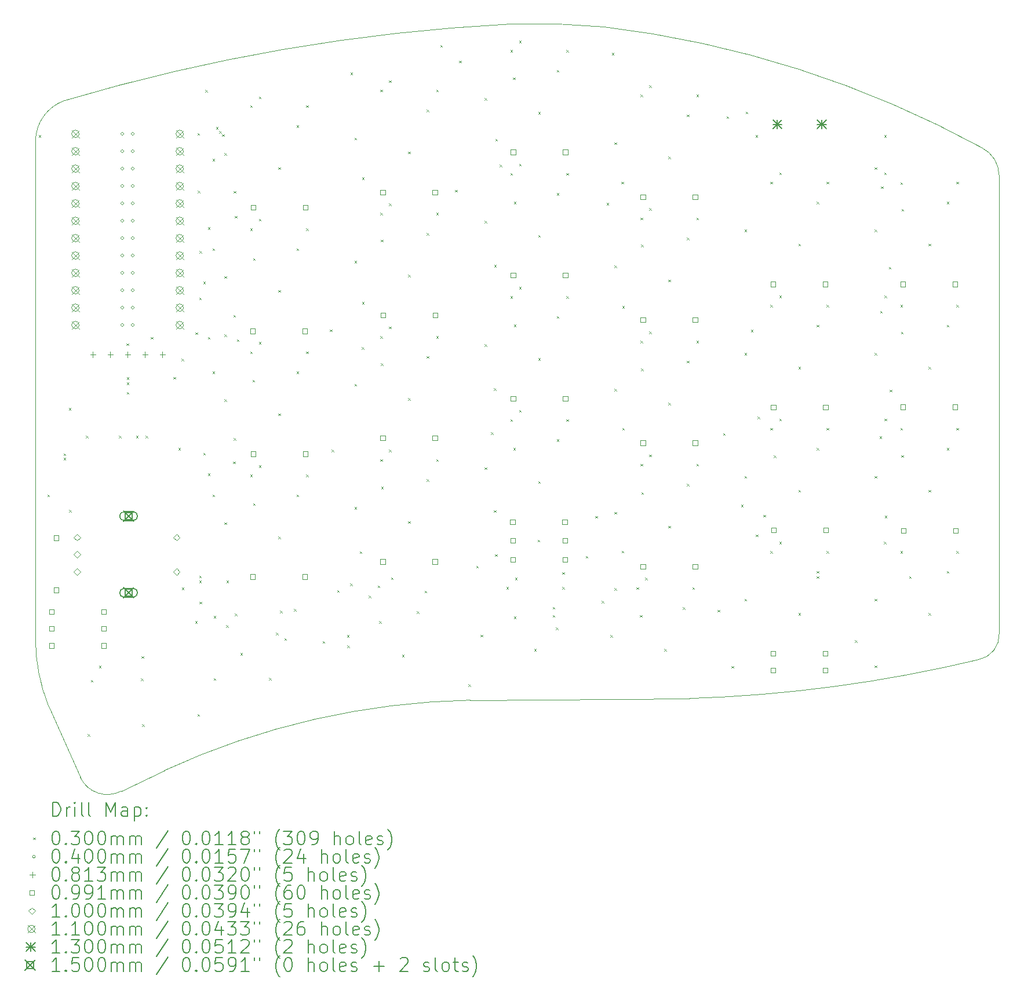
<source format=gbr>
%FSLAX45Y45*%
G04 Gerber Fmt 4.5, Leading zero omitted, Abs format (unit mm)*
G04 Created by KiCad (PCBNEW 6.0.2+dfsg-1) date 2022-11-14 21:07:41*
%MOMM*%
%LPD*%
G01*
G04 APERTURE LIST*
%TA.AperFunction,Profile*%
%ADD10C,0.100000*%
%TD*%
%ADD11C,0.200000*%
%ADD12C,0.030000*%
%ADD13C,0.040000*%
%ADD14C,0.081280*%
%ADD15C,0.099060*%
%ADD16C,0.100000*%
%ADD17C,0.110000*%
%ADD18C,0.130000*%
%ADD19C,0.150000*%
G04 APERTURE END LIST*
D10*
X9745000Y-14265000D02*
X10385000Y-13960000D01*
X18055000Y-12910000D02*
G75*
G03*
X22269607Y-12343529I-667818J20930457D01*
G01*
X16800000Y-3095000D02*
G75*
G03*
X15410000Y-3055000I-993491J-10352566D01*
G01*
X9150000Y-14065000D02*
G75*
G03*
X9745000Y-14265000I394174J187604D01*
G01*
X22320000Y-4860000D02*
G75*
G03*
X16800000Y-3095000I-7321029J-13382020D01*
G01*
X15410000Y-3055000D02*
G75*
G03*
X8910000Y-4175000I1452346J-27850401D01*
G01*
X8685000Y-13020000D02*
X9150000Y-14065000D01*
X14845000Y-12935000D02*
X18055000Y-12910000D01*
X22269607Y-12343529D02*
G75*
G03*
X22575000Y-11960000I-66506J366309D01*
G01*
X22573223Y-5265000D02*
G75*
G03*
X22320000Y-4860000I-455442J-3099D01*
G01*
X8495000Y-4750000D02*
X8495000Y-12055000D01*
X8910000Y-4175000D02*
G75*
G03*
X8495000Y-4750000I216806J-593738D01*
G01*
X8495000Y-12055000D02*
G75*
G03*
X8685000Y-13020000I2649531J20465D01*
G01*
X22573223Y-5265000D02*
X22575000Y-11960000D01*
X14845000Y-12935000D02*
G75*
G03*
X10385000Y-13960000I222671J-11184608D01*
G01*
D11*
D12*
X8540000Y-4675000D02*
X8570000Y-4705000D01*
X8570000Y-4675000D02*
X8540000Y-4705000D01*
X8667500Y-9930000D02*
X8697500Y-9960000D01*
X8697500Y-9930000D02*
X8667500Y-9960000D01*
X8905000Y-9327500D02*
X8935000Y-9357500D01*
X8935000Y-9327500D02*
X8905000Y-9357500D01*
X8905000Y-9390000D02*
X8935000Y-9420000D01*
X8935000Y-9390000D02*
X8905000Y-9420000D01*
X8980000Y-8665000D02*
X9010000Y-8695000D01*
X9010000Y-8665000D02*
X8980000Y-8695000D01*
X8985000Y-10155000D02*
X9015000Y-10185000D01*
X9015000Y-10155000D02*
X8985000Y-10185000D01*
X9232500Y-9070000D02*
X9262500Y-9100000D01*
X9262500Y-9070000D02*
X9232500Y-9100000D01*
X9255032Y-13432005D02*
X9285032Y-13462005D01*
X9285032Y-13432005D02*
X9255032Y-13462005D01*
X9301331Y-12638051D02*
X9331331Y-12668051D01*
X9331331Y-12638051D02*
X9301331Y-12668051D01*
X9422500Y-12432500D02*
X9452500Y-12462500D01*
X9452500Y-12432500D02*
X9422500Y-12462500D01*
X9712500Y-9072500D02*
X9742500Y-9102500D01*
X9742500Y-9072500D02*
X9712500Y-9102500D01*
X9825000Y-7720000D02*
X9855000Y-7750000D01*
X9855000Y-7720000D02*
X9825000Y-7750000D01*
X9827500Y-8215000D02*
X9857500Y-8245000D01*
X9857500Y-8215000D02*
X9827500Y-8245000D01*
X9827500Y-8292500D02*
X9857500Y-8322500D01*
X9857500Y-8292500D02*
X9827500Y-8322500D01*
X9827500Y-8432500D02*
X9857500Y-8462500D01*
X9857500Y-8432500D02*
X9827500Y-8462500D01*
X9965000Y-9072500D02*
X9995000Y-9102500D01*
X9995000Y-9072500D02*
X9965000Y-9102500D01*
X10037505Y-12617505D02*
X10067505Y-12647505D01*
X10067505Y-12617505D02*
X10037505Y-12647505D01*
X10042216Y-12292516D02*
X10072216Y-12322516D01*
X10072216Y-12292516D02*
X10042216Y-12322516D01*
X10053121Y-13286043D02*
X10083121Y-13316043D01*
X10083121Y-13286043D02*
X10053121Y-13316043D01*
X10102500Y-9072500D02*
X10132500Y-9102500D01*
X10132500Y-9072500D02*
X10102500Y-9102500D01*
X10177500Y-7627500D02*
X10207500Y-7657500D01*
X10207500Y-7627500D02*
X10177500Y-7657500D01*
X10510000Y-8212500D02*
X10540000Y-8242500D01*
X10540000Y-8212500D02*
X10510000Y-8242500D01*
X10582500Y-9250000D02*
X10612500Y-9280000D01*
X10612500Y-9250000D02*
X10582500Y-9280000D01*
X10630000Y-7942500D02*
X10660000Y-7972500D01*
X10660000Y-7942500D02*
X10630000Y-7972500D01*
X10632500Y-11287500D02*
X10662500Y-11317500D01*
X10662500Y-11287500D02*
X10632500Y-11317500D01*
X10827500Y-11780000D02*
X10857500Y-11810000D01*
X10857500Y-11780000D02*
X10827500Y-11810000D01*
X10832500Y-7560000D02*
X10862500Y-7590000D01*
X10862500Y-7560000D02*
X10832500Y-7590000D01*
X10860000Y-13137500D02*
X10890000Y-13167500D01*
X10890000Y-13137500D02*
X10860000Y-13167500D01*
X10862500Y-4645000D02*
X10892500Y-4675000D01*
X10892500Y-4645000D02*
X10862500Y-4675000D01*
X10867500Y-5490000D02*
X10897500Y-5520000D01*
X10897500Y-5490000D02*
X10867500Y-5520000D01*
X10887500Y-7050000D02*
X10917500Y-7080000D01*
X10917500Y-7050000D02*
X10887500Y-7080000D01*
X10887500Y-11115000D02*
X10917500Y-11145000D01*
X10917500Y-11115000D02*
X10887500Y-11145000D01*
X10887500Y-11187500D02*
X10917500Y-11217500D01*
X10917500Y-11187500D02*
X10887500Y-11217500D01*
X10892500Y-6367500D02*
X10922500Y-6397500D01*
X10922500Y-6367500D02*
X10892500Y-6397500D01*
X10892500Y-11495000D02*
X10922500Y-11525000D01*
X10922500Y-11495000D02*
X10892500Y-11525000D01*
X10945000Y-6820000D02*
X10975000Y-6850000D01*
X10975000Y-6820000D02*
X10945000Y-6850000D01*
X10945000Y-9320000D02*
X10975000Y-9350000D01*
X10975000Y-9320000D02*
X10945000Y-9350000D01*
X10975000Y-4017500D02*
X11005000Y-4047500D01*
X11005000Y-4017500D02*
X10975000Y-4047500D01*
X11012500Y-6022500D02*
X11042500Y-6052500D01*
X11042500Y-6022500D02*
X11012500Y-6052500D01*
X11012500Y-7627500D02*
X11042500Y-7657500D01*
X11042500Y-7627500D02*
X11012500Y-7657500D01*
X11012500Y-9620000D02*
X11042500Y-9650000D01*
X11042500Y-9620000D02*
X11012500Y-9650000D01*
X11082500Y-5025000D02*
X11112500Y-5055000D01*
X11112500Y-5025000D02*
X11082500Y-5055000D01*
X11082500Y-6330000D02*
X11112500Y-6360000D01*
X11112500Y-6330000D02*
X11082500Y-6360000D01*
X11082500Y-8130000D02*
X11112500Y-8160000D01*
X11112500Y-8130000D02*
X11082500Y-8160000D01*
X11082500Y-9930000D02*
X11112500Y-9960000D01*
X11112500Y-9930000D02*
X11082500Y-9960000D01*
X11096562Y-12614663D02*
X11126562Y-12644663D01*
X11126562Y-12614663D02*
X11096562Y-12644663D01*
X11097500Y-11705000D02*
X11127500Y-11735000D01*
X11127500Y-11705000D02*
X11097500Y-11735000D01*
X11132500Y-4560000D02*
X11162500Y-4590000D01*
X11162500Y-4560000D02*
X11132500Y-4590000D01*
X11177500Y-4615000D02*
X11207500Y-4645000D01*
X11207500Y-4615000D02*
X11177500Y-4645000D01*
X11222500Y-4662500D02*
X11252500Y-4692500D01*
X11252500Y-4662500D02*
X11222500Y-4692500D01*
X11255000Y-4940000D02*
X11285000Y-4970000D01*
X11285000Y-4940000D02*
X11255000Y-4970000D01*
X11255000Y-6737950D02*
X11285000Y-6767950D01*
X11285000Y-6737950D02*
X11255000Y-6767950D01*
X11255000Y-7590000D02*
X11285000Y-7620000D01*
X11285000Y-7590000D02*
X11255000Y-7620000D01*
X11255000Y-8537950D02*
X11285000Y-8567950D01*
X11285000Y-8537950D02*
X11255000Y-8567950D01*
X11255000Y-10337950D02*
X11285000Y-10367950D01*
X11285000Y-10337950D02*
X11255000Y-10367950D01*
X11280026Y-11840811D02*
X11310026Y-11870811D01*
X11310026Y-11840811D02*
X11280026Y-11870811D01*
X11282500Y-11187500D02*
X11312500Y-11217500D01*
X11312500Y-11187500D02*
X11282500Y-11217500D01*
X11380000Y-9447500D02*
X11410000Y-9477500D01*
X11410000Y-9447500D02*
X11380000Y-9477500D01*
X11387500Y-7305000D02*
X11417500Y-7335000D01*
X11417500Y-7305000D02*
X11387500Y-7335000D01*
X11392500Y-5495000D02*
X11422500Y-5525000D01*
X11422500Y-5495000D02*
X11392500Y-5525000D01*
X11392500Y-9105000D02*
X11422500Y-9135000D01*
X11422500Y-9105000D02*
X11392500Y-9135000D01*
X11405000Y-5857500D02*
X11435000Y-5887500D01*
X11435000Y-5857500D02*
X11405000Y-5887500D01*
X11405000Y-11667500D02*
X11435000Y-11697500D01*
X11435000Y-11667500D02*
X11405000Y-11697500D01*
X11435000Y-7662500D02*
X11465000Y-7692500D01*
X11465000Y-7662500D02*
X11435000Y-7692500D01*
X11487500Y-12245000D02*
X11517500Y-12275000D01*
X11517500Y-12245000D02*
X11487500Y-12275000D01*
X11632500Y-4240000D02*
X11662500Y-4270000D01*
X11662500Y-4240000D02*
X11632500Y-4270000D01*
X11632500Y-6037950D02*
X11662500Y-6067950D01*
X11662500Y-6037950D02*
X11632500Y-6067950D01*
X11632500Y-7837950D02*
X11662500Y-7867950D01*
X11662500Y-7837950D02*
X11632500Y-7867950D01*
X11632500Y-9637950D02*
X11662500Y-9667950D01*
X11662500Y-9637950D02*
X11632500Y-9667950D01*
X11665000Y-8255000D02*
X11695000Y-8285000D01*
X11695000Y-8255000D02*
X11665000Y-8285000D01*
X11672500Y-6475000D02*
X11702500Y-6505000D01*
X11702500Y-6475000D02*
X11672500Y-6505000D01*
X11672500Y-10057500D02*
X11702500Y-10087500D01*
X11702500Y-10057500D02*
X11672500Y-10087500D01*
X11760000Y-4112500D02*
X11790000Y-4142500D01*
X11790000Y-4112500D02*
X11760000Y-4142500D01*
X11760000Y-5900000D02*
X11790000Y-5930000D01*
X11790000Y-5900000D02*
X11760000Y-5930000D01*
X11760000Y-7700000D02*
X11790000Y-7730000D01*
X11790000Y-7700000D02*
X11760000Y-7730000D01*
X11760000Y-9500000D02*
X11790000Y-9530000D01*
X11790000Y-9500000D02*
X11760000Y-9530000D01*
X11907872Y-12609505D02*
X11937872Y-12639505D01*
X11937872Y-12609505D02*
X11907872Y-12639505D01*
X12010145Y-11947994D02*
X12040145Y-11977994D01*
X12040145Y-11947994D02*
X12010145Y-11977994D01*
X12040000Y-5145000D02*
X12070000Y-5175000D01*
X12070000Y-5145000D02*
X12040000Y-5175000D01*
X12040000Y-6942950D02*
X12070000Y-6972950D01*
X12070000Y-6942950D02*
X12040000Y-6972950D01*
X12040000Y-8742950D02*
X12070000Y-8772950D01*
X12070000Y-8742950D02*
X12040000Y-8772950D01*
X12040000Y-10542950D02*
X12070000Y-10572950D01*
X12070000Y-10542950D02*
X12040000Y-10572950D01*
X12069657Y-11629178D02*
X12099657Y-11659178D01*
X12099657Y-11629178D02*
X12069657Y-11659178D01*
X12132500Y-12030000D02*
X12162500Y-12060000D01*
X12162500Y-12030000D02*
X12132500Y-12060000D01*
X12272500Y-11600000D02*
X12302500Y-11630000D01*
X12302500Y-11600000D02*
X12272500Y-11630000D01*
X12310000Y-4532500D02*
X12340000Y-4562500D01*
X12340000Y-4532500D02*
X12310000Y-4562500D01*
X12310000Y-6330450D02*
X12340000Y-6360450D01*
X12340000Y-6330450D02*
X12310000Y-6360450D01*
X12310000Y-8130450D02*
X12340000Y-8160450D01*
X12340000Y-8130450D02*
X12310000Y-8160450D01*
X12310000Y-9930450D02*
X12340000Y-9960450D01*
X12340000Y-9930450D02*
X12310000Y-9960450D01*
X12450000Y-4239950D02*
X12480000Y-4269950D01*
X12480000Y-4239950D02*
X12450000Y-4269950D01*
X12450000Y-6037900D02*
X12480000Y-6067900D01*
X12480000Y-6037900D02*
X12450000Y-6067900D01*
X12450000Y-7837900D02*
X12480000Y-7867900D01*
X12480000Y-7837900D02*
X12450000Y-7867900D01*
X12450000Y-9637900D02*
X12480000Y-9667900D01*
X12480000Y-9637900D02*
X12450000Y-9667900D01*
X12690000Y-12070000D02*
X12720000Y-12100000D01*
X12720000Y-12070000D02*
X12690000Y-12100000D01*
X12797500Y-7517500D02*
X12827500Y-7547500D01*
X12827500Y-7517500D02*
X12797500Y-7547500D01*
X12822500Y-9272500D02*
X12852500Y-9302500D01*
X12852500Y-9272500D02*
X12822500Y-9302500D01*
X12902500Y-11325000D02*
X12932500Y-11355000D01*
X12932500Y-11325000D02*
X12902500Y-11355000D01*
X13045000Y-11985000D02*
X13075000Y-12015000D01*
X13075000Y-11985000D02*
X13045000Y-12015000D01*
X13049707Y-12135295D02*
X13079707Y-12165295D01*
X13079707Y-12135295D02*
X13049707Y-12165295D01*
X13090000Y-11227500D02*
X13120000Y-11257500D01*
X13120000Y-11227500D02*
X13090000Y-11257500D01*
X13097500Y-3762500D02*
X13127500Y-3792500D01*
X13127500Y-3762500D02*
X13097500Y-3792500D01*
X13155000Y-4712950D02*
X13185000Y-4742950D01*
X13185000Y-4712950D02*
X13155000Y-4742950D01*
X13155000Y-6512950D02*
X13185000Y-6542950D01*
X13185000Y-6512950D02*
X13155000Y-6542950D01*
X13155000Y-8312950D02*
X13185000Y-8342950D01*
X13185000Y-8312950D02*
X13155000Y-8342950D01*
X13155000Y-10112950D02*
X13185000Y-10142950D01*
X13185000Y-10112950D02*
X13155000Y-10142950D01*
X13230000Y-10760000D02*
X13260000Y-10790000D01*
X13260000Y-10760000D02*
X13230000Y-10790000D01*
X13262500Y-7775000D02*
X13292500Y-7805000D01*
X13292500Y-7775000D02*
X13262500Y-7805000D01*
X13265000Y-7112500D02*
X13295000Y-7142500D01*
X13295000Y-7112500D02*
X13265000Y-7142500D01*
X13267500Y-5292500D02*
X13297500Y-5322500D01*
X13297500Y-5292500D02*
X13267500Y-5322500D01*
X13364762Y-11405058D02*
X13394762Y-11435058D01*
X13394762Y-11405058D02*
X13364762Y-11435058D01*
X13495000Y-11257500D02*
X13525000Y-11287500D01*
X13525000Y-11257500D02*
X13495000Y-11287500D01*
X13515000Y-11780000D02*
X13545000Y-11810000D01*
X13545000Y-11780000D02*
X13515000Y-11810000D01*
X13532500Y-4012950D02*
X13562500Y-4042950D01*
X13562500Y-4012950D02*
X13532500Y-4042950D01*
X13532500Y-5812950D02*
X13562500Y-5842950D01*
X13562500Y-5812950D02*
X13532500Y-5842950D01*
X13532500Y-7612950D02*
X13562500Y-7642950D01*
X13562500Y-7612950D02*
X13532500Y-7642950D01*
X13532500Y-9412950D02*
X13562500Y-9442950D01*
X13562500Y-9412950D02*
X13532500Y-9442950D01*
X13542500Y-6205000D02*
X13572500Y-6235000D01*
X13572500Y-6205000D02*
X13542500Y-6235000D01*
X13542500Y-8012500D02*
X13572500Y-8042500D01*
X13572500Y-8012500D02*
X13542500Y-8042500D01*
X13545000Y-9817500D02*
X13575000Y-9847500D01*
X13575000Y-9817500D02*
X13545000Y-9847500D01*
X13660000Y-3877500D02*
X13690000Y-3907500D01*
X13690000Y-3877500D02*
X13660000Y-3907500D01*
X13660000Y-5675000D02*
X13690000Y-5705000D01*
X13690000Y-5675000D02*
X13660000Y-5705000D01*
X13660000Y-7475000D02*
X13690000Y-7505000D01*
X13690000Y-7475000D02*
X13660000Y-7505000D01*
X13660000Y-9275000D02*
X13690000Y-9305000D01*
X13690000Y-9275000D02*
X13660000Y-9305000D01*
X13687500Y-11140000D02*
X13717500Y-11170000D01*
X13717500Y-11140000D02*
X13687500Y-11170000D01*
X13849587Y-12271098D02*
X13879587Y-12301098D01*
X13879587Y-12271098D02*
X13849587Y-12301098D01*
X13940000Y-4917950D02*
X13970000Y-4947950D01*
X13970000Y-4917950D02*
X13940000Y-4947950D01*
X13940000Y-6717950D02*
X13970000Y-6747950D01*
X13970000Y-6717950D02*
X13940000Y-6747950D01*
X13940000Y-8517950D02*
X13970000Y-8547950D01*
X13970000Y-8517950D02*
X13940000Y-8547950D01*
X13940000Y-10317950D02*
X13970000Y-10347950D01*
X13970000Y-10317950D02*
X13940000Y-10347950D01*
X14065177Y-11637396D02*
X14095177Y-11667396D01*
X14095177Y-11637396D02*
X14065177Y-11667396D01*
X14179147Y-11333758D02*
X14209147Y-11363758D01*
X14209147Y-11333758D02*
X14179147Y-11363758D01*
X14210000Y-4305450D02*
X14240000Y-4335450D01*
X14240000Y-4305450D02*
X14210000Y-4335450D01*
X14210000Y-6105450D02*
X14240000Y-6135450D01*
X14240000Y-6105450D02*
X14210000Y-6135450D01*
X14210000Y-7905450D02*
X14240000Y-7935450D01*
X14240000Y-7905450D02*
X14210000Y-7935450D01*
X14210000Y-9705450D02*
X14240000Y-9735450D01*
X14240000Y-9705450D02*
X14210000Y-9735450D01*
X14350000Y-4012900D02*
X14380000Y-4042900D01*
X14380000Y-4012900D02*
X14350000Y-4042900D01*
X14350000Y-5812900D02*
X14380000Y-5842900D01*
X14380000Y-5812900D02*
X14350000Y-5842900D01*
X14350000Y-7612900D02*
X14380000Y-7642900D01*
X14380000Y-7612900D02*
X14350000Y-7642900D01*
X14350000Y-9412900D02*
X14380000Y-9442900D01*
X14380000Y-9412900D02*
X14350000Y-9442900D01*
X14410000Y-3360000D02*
X14440000Y-3390000D01*
X14440000Y-3360000D02*
X14410000Y-3390000D01*
X14625000Y-5475000D02*
X14655000Y-5505000D01*
X14655000Y-5475000D02*
X14625000Y-5505000D01*
X14682500Y-3590000D02*
X14712500Y-3620000D01*
X14712500Y-3590000D02*
X14682500Y-3620000D01*
X14817500Y-12702500D02*
X14847500Y-12732500D01*
X14847500Y-12702500D02*
X14817500Y-12732500D01*
X14935000Y-10972500D02*
X14965000Y-11002500D01*
X14965000Y-10972500D02*
X14935000Y-11002500D01*
X14995000Y-11980450D02*
X15025000Y-12010450D01*
X15025000Y-11980450D02*
X14995000Y-12010450D01*
X15055000Y-4132950D02*
X15085000Y-4162950D01*
X15085000Y-4132950D02*
X15055000Y-4162950D01*
X15055000Y-5930450D02*
X15085000Y-5960450D01*
X15085000Y-5930450D02*
X15055000Y-5960450D01*
X15055000Y-7730450D02*
X15085000Y-7760450D01*
X15085000Y-7730450D02*
X15055000Y-7760450D01*
X15055000Y-9530450D02*
X15085000Y-9560450D01*
X15085000Y-9530450D02*
X15055000Y-9560450D01*
X15147500Y-9020000D02*
X15177500Y-9050000D01*
X15177500Y-9020000D02*
X15147500Y-9050000D01*
X15190000Y-8377500D02*
X15220000Y-8407500D01*
X15220000Y-8377500D02*
X15190000Y-8407500D01*
X15192500Y-10157500D02*
X15222500Y-10187500D01*
X15222500Y-10157500D02*
X15192500Y-10187500D01*
X15197500Y-6572500D02*
X15227500Y-6602500D01*
X15227500Y-6572500D02*
X15197500Y-6602500D01*
X15210000Y-10802500D02*
X15240000Y-10832500D01*
X15240000Y-10802500D02*
X15210000Y-10832500D01*
X15212500Y-4732500D02*
X15242500Y-4762500D01*
X15242500Y-4732500D02*
X15212500Y-4762500D01*
X15277500Y-5107500D02*
X15307500Y-5137500D01*
X15307500Y-5107500D02*
X15277500Y-5137500D01*
X15372500Y-11280450D02*
X15402500Y-11310450D01*
X15402500Y-11280450D02*
X15372500Y-11310450D01*
X15432500Y-3432950D02*
X15462500Y-3462950D01*
X15462500Y-3432950D02*
X15432500Y-3462950D01*
X15432500Y-5230450D02*
X15462500Y-5260450D01*
X15462500Y-5230450D02*
X15432500Y-5260450D01*
X15432500Y-7030450D02*
X15462500Y-7060450D01*
X15462500Y-7030450D02*
X15432500Y-7060450D01*
X15432500Y-8830450D02*
X15462500Y-8860450D01*
X15462500Y-8830450D02*
X15432500Y-8860450D01*
X15472500Y-3835000D02*
X15502500Y-3865000D01*
X15502500Y-3835000D02*
X15472500Y-3865000D01*
X15475000Y-9250000D02*
X15505000Y-9280000D01*
X15505000Y-9250000D02*
X15475000Y-9280000D01*
X15482500Y-7445000D02*
X15512500Y-7475000D01*
X15512500Y-7445000D02*
X15482500Y-7475000D01*
X15482500Y-11710000D02*
X15512500Y-11740000D01*
X15512500Y-11710000D02*
X15482500Y-11740000D01*
X15485000Y-5650000D02*
X15515000Y-5680000D01*
X15515000Y-5650000D02*
X15485000Y-5680000D01*
X15500000Y-11145000D02*
X15530000Y-11175000D01*
X15530000Y-11145000D02*
X15500000Y-11175000D01*
X15560000Y-3295000D02*
X15590000Y-3325000D01*
X15590000Y-3295000D02*
X15560000Y-3325000D01*
X15560000Y-5095000D02*
X15590000Y-5125000D01*
X15590000Y-5095000D02*
X15560000Y-5125000D01*
X15560000Y-6892500D02*
X15590000Y-6922500D01*
X15590000Y-6892500D02*
X15560000Y-6922500D01*
X15560000Y-8692500D02*
X15590000Y-8722500D01*
X15590000Y-8692500D02*
X15560000Y-8722500D01*
X15780000Y-12185450D02*
X15810000Y-12215450D01*
X15810000Y-12185450D02*
X15780000Y-12215450D01*
X15832500Y-10590000D02*
X15862500Y-10620000D01*
X15862500Y-10590000D02*
X15832500Y-10620000D01*
X15840000Y-4337950D02*
X15870000Y-4367950D01*
X15870000Y-4337950D02*
X15840000Y-4367950D01*
X15840000Y-6135450D02*
X15870000Y-6165450D01*
X15870000Y-6135450D02*
X15840000Y-6165450D01*
X15840000Y-7935450D02*
X15870000Y-7965450D01*
X15870000Y-7935450D02*
X15840000Y-7965450D01*
X15840000Y-9735450D02*
X15870000Y-9765450D01*
X15870000Y-9735450D02*
X15840000Y-9765450D01*
X16050000Y-11572950D02*
X16080000Y-11602950D01*
X16080000Y-11572950D02*
X16050000Y-11602950D01*
X16050000Y-11692500D02*
X16080000Y-11722500D01*
X16080000Y-11692500D02*
X16050000Y-11722500D01*
X16100000Y-11872500D02*
X16130000Y-11902500D01*
X16130000Y-11872500D02*
X16100000Y-11902500D01*
X16110000Y-3725450D02*
X16140000Y-3755450D01*
X16140000Y-3725450D02*
X16110000Y-3755450D01*
X16110000Y-5522950D02*
X16140000Y-5552950D01*
X16140000Y-5522950D02*
X16110000Y-5552950D01*
X16110000Y-7322950D02*
X16140000Y-7352950D01*
X16140000Y-7322950D02*
X16110000Y-7352950D01*
X16110000Y-9122950D02*
X16140000Y-9152950D01*
X16140000Y-9122950D02*
X16110000Y-9152950D01*
X16190000Y-11065000D02*
X16220000Y-11095000D01*
X16220000Y-11065000D02*
X16190000Y-11095000D01*
X16190000Y-11280400D02*
X16220000Y-11310400D01*
X16220000Y-11280400D02*
X16190000Y-11310400D01*
X16250000Y-3432900D02*
X16280000Y-3462900D01*
X16280000Y-3432900D02*
X16250000Y-3462900D01*
X16250000Y-5230400D02*
X16280000Y-5260400D01*
X16280000Y-5230400D02*
X16250000Y-5260400D01*
X16250000Y-7030400D02*
X16280000Y-7060400D01*
X16280000Y-7030400D02*
X16250000Y-7060400D01*
X16250000Y-8830400D02*
X16280000Y-8860400D01*
X16280000Y-8830400D02*
X16250000Y-8860400D01*
X16535000Y-10827500D02*
X16565000Y-10857500D01*
X16565000Y-10827500D02*
X16535000Y-10857500D01*
X16675000Y-10242500D02*
X16705000Y-10272500D01*
X16705000Y-10242500D02*
X16675000Y-10272500D01*
X16765000Y-11485000D02*
X16795000Y-11515000D01*
X16795000Y-11485000D02*
X16765000Y-11515000D01*
X16837500Y-5667500D02*
X16867500Y-5697500D01*
X16867500Y-5667500D02*
X16837500Y-5697500D01*
X16895000Y-11982950D02*
X16925000Y-12012950D01*
X16925000Y-11982950D02*
X16895000Y-12012950D01*
X16915000Y-3475000D02*
X16945000Y-3505000D01*
X16945000Y-3475000D02*
X16915000Y-3505000D01*
X16955000Y-4782950D02*
X16985000Y-4812950D01*
X16985000Y-4782950D02*
X16955000Y-4812950D01*
X16955000Y-6582950D02*
X16985000Y-6612950D01*
X16985000Y-6582950D02*
X16955000Y-6612950D01*
X16955000Y-8382950D02*
X16985000Y-8412950D01*
X16985000Y-8382950D02*
X16955000Y-8412950D01*
X16955000Y-10182950D02*
X16985000Y-10212950D01*
X16985000Y-10182950D02*
X16955000Y-10212950D01*
X16955000Y-11295000D02*
X16985000Y-11325000D01*
X16985000Y-11295000D02*
X16955000Y-11325000D01*
X17052500Y-5357500D02*
X17082500Y-5387500D01*
X17082500Y-5357500D02*
X17052500Y-5387500D01*
X17057500Y-10750000D02*
X17087500Y-10780000D01*
X17087500Y-10750000D02*
X17057500Y-10780000D01*
X17067500Y-7172500D02*
X17097500Y-7202500D01*
X17097500Y-7172500D02*
X17067500Y-7202500D01*
X17067500Y-8957500D02*
X17097500Y-8987500D01*
X17097500Y-8957500D02*
X17067500Y-8987500D01*
X17272500Y-11282950D02*
X17302500Y-11312950D01*
X17302500Y-11282950D02*
X17272500Y-11312950D01*
X17327500Y-11692500D02*
X17357500Y-11722500D01*
X17357500Y-11692500D02*
X17327500Y-11722500D01*
X17332500Y-4082950D02*
X17362500Y-4112950D01*
X17362500Y-4082950D02*
X17332500Y-4112950D01*
X17332500Y-5882950D02*
X17362500Y-5912950D01*
X17362500Y-5882950D02*
X17332500Y-5912950D01*
X17332500Y-7682950D02*
X17362500Y-7712950D01*
X17362500Y-7682950D02*
X17332500Y-7712950D01*
X17332500Y-9482950D02*
X17362500Y-9512950D01*
X17362500Y-9482950D02*
X17332500Y-9512950D01*
X17342500Y-6275000D02*
X17372500Y-6305000D01*
X17372500Y-6275000D02*
X17342500Y-6305000D01*
X17342500Y-8090000D02*
X17372500Y-8120000D01*
X17372500Y-8090000D02*
X17342500Y-8120000D01*
X17347500Y-9897500D02*
X17377500Y-9927500D01*
X17377500Y-9897500D02*
X17347500Y-9927500D01*
X17400000Y-11145000D02*
X17430000Y-11175000D01*
X17430000Y-11145000D02*
X17400000Y-11175000D01*
X17460000Y-3947500D02*
X17490000Y-3977500D01*
X17490000Y-3947500D02*
X17460000Y-3977500D01*
X17460000Y-5745000D02*
X17490000Y-5775000D01*
X17490000Y-5745000D02*
X17460000Y-5775000D01*
X17460000Y-7545000D02*
X17490000Y-7575000D01*
X17490000Y-7545000D02*
X17460000Y-7575000D01*
X17460000Y-9345000D02*
X17490000Y-9375000D01*
X17490000Y-9345000D02*
X17460000Y-9375000D01*
X17680000Y-12187950D02*
X17710000Y-12217950D01*
X17710000Y-12187950D02*
X17680000Y-12217950D01*
X17740000Y-4987950D02*
X17770000Y-5017950D01*
X17770000Y-4987950D02*
X17740000Y-5017950D01*
X17740000Y-6787950D02*
X17770000Y-6817950D01*
X17770000Y-6787950D02*
X17740000Y-6817950D01*
X17740000Y-8587950D02*
X17770000Y-8617950D01*
X17770000Y-8587950D02*
X17740000Y-8617950D01*
X17740000Y-10387950D02*
X17770000Y-10417950D01*
X17770000Y-10387950D02*
X17740000Y-10417950D01*
X17950000Y-11575450D02*
X17980000Y-11605450D01*
X17980000Y-11575450D02*
X17950000Y-11605450D01*
X18010000Y-4375450D02*
X18040000Y-4405450D01*
X18040000Y-4375450D02*
X18010000Y-4405450D01*
X18010000Y-6175450D02*
X18040000Y-6205450D01*
X18040000Y-6175450D02*
X18010000Y-6205450D01*
X18010000Y-7975450D02*
X18040000Y-8005450D01*
X18040000Y-7975450D02*
X18010000Y-8005450D01*
X18010000Y-9775450D02*
X18040000Y-9805450D01*
X18040000Y-9775450D02*
X18010000Y-9805450D01*
X18090000Y-11282900D02*
X18120000Y-11312900D01*
X18120000Y-11282900D02*
X18090000Y-11312900D01*
X18150000Y-4082900D02*
X18180000Y-4112900D01*
X18180000Y-4082900D02*
X18150000Y-4112900D01*
X18150000Y-5882900D02*
X18180000Y-5912900D01*
X18180000Y-5882900D02*
X18150000Y-5912900D01*
X18150000Y-7682900D02*
X18180000Y-7712900D01*
X18180000Y-7682900D02*
X18150000Y-7712900D01*
X18150000Y-9482900D02*
X18180000Y-9512900D01*
X18180000Y-9482900D02*
X18150000Y-9512900D01*
X18460000Y-11615000D02*
X18490000Y-11645000D01*
X18490000Y-11615000D02*
X18460000Y-11645000D01*
X18540000Y-9032500D02*
X18570000Y-9062500D01*
X18570000Y-9032500D02*
X18540000Y-9062500D01*
X18590000Y-4400000D02*
X18620000Y-4430000D01*
X18620000Y-4400000D02*
X18590000Y-4430000D01*
X18662500Y-12437500D02*
X18692500Y-12467500D01*
X18692500Y-12437500D02*
X18662500Y-12467500D01*
X18802550Y-10077500D02*
X18832550Y-10107500D01*
X18832550Y-10077500D02*
X18802550Y-10107500D01*
X18855000Y-6057950D02*
X18885000Y-6087950D01*
X18885000Y-6057950D02*
X18855000Y-6087950D01*
X18855000Y-7857950D02*
X18885000Y-7887950D01*
X18885000Y-7857950D02*
X18855000Y-7887950D01*
X18855000Y-9657950D02*
X18885000Y-9687950D01*
X18885000Y-9657950D02*
X18855000Y-9687950D01*
X18855000Y-11455450D02*
X18885000Y-11485450D01*
X18885000Y-11455450D02*
X18855000Y-11485450D01*
X18871617Y-4331961D02*
X18901617Y-4361961D01*
X18901617Y-4331961D02*
X18871617Y-4361961D01*
X18945000Y-7520000D02*
X18975000Y-7550000D01*
X18975000Y-7520000D02*
X18945000Y-7550000D01*
X19015000Y-4675000D02*
X19045000Y-4705000D01*
X19045000Y-4675000D02*
X19015000Y-4705000D01*
X19017500Y-10512500D02*
X19047500Y-10542500D01*
X19047500Y-10512500D02*
X19017500Y-10542500D01*
X19045000Y-8790000D02*
X19075000Y-8820000D01*
X19075000Y-8790000D02*
X19045000Y-8820000D01*
X19130000Y-10225000D02*
X19160000Y-10255000D01*
X19160000Y-10225000D02*
X19130000Y-10255000D01*
X19232500Y-5357950D02*
X19262500Y-5387950D01*
X19262500Y-5357950D02*
X19232500Y-5387950D01*
X19232500Y-7157950D02*
X19262500Y-7187950D01*
X19262500Y-7157950D02*
X19232500Y-7187950D01*
X19232500Y-8957950D02*
X19262500Y-8987950D01*
X19262500Y-8957950D02*
X19232500Y-8987950D01*
X19232500Y-10755450D02*
X19262500Y-10785450D01*
X19262500Y-10755450D02*
X19232500Y-10785450D01*
X19282500Y-9360000D02*
X19312500Y-9390000D01*
X19312500Y-9360000D02*
X19282500Y-9390000D01*
X19360000Y-5222500D02*
X19390000Y-5252500D01*
X19390000Y-5222500D02*
X19360000Y-5252500D01*
X19360000Y-7020000D02*
X19390000Y-7050000D01*
X19390000Y-7020000D02*
X19360000Y-7050000D01*
X19360000Y-8820000D02*
X19390000Y-8850000D01*
X19390000Y-8820000D02*
X19360000Y-8850000D01*
X19360000Y-10620000D02*
X19390000Y-10650000D01*
X19390000Y-10620000D02*
X19360000Y-10650000D01*
X19640000Y-6262950D02*
X19670000Y-6292950D01*
X19670000Y-6262950D02*
X19640000Y-6292950D01*
X19640000Y-8062950D02*
X19670000Y-8092950D01*
X19670000Y-8062950D02*
X19640000Y-8092950D01*
X19640000Y-9862950D02*
X19670000Y-9892950D01*
X19670000Y-9862950D02*
X19640000Y-9892950D01*
X19640000Y-11660450D02*
X19670000Y-11690450D01*
X19670000Y-11660450D02*
X19640000Y-11690450D01*
X19907500Y-11122500D02*
X19937500Y-11152500D01*
X19937500Y-11122500D02*
X19907500Y-11152500D01*
X19910000Y-5650450D02*
X19940000Y-5680450D01*
X19940000Y-5650450D02*
X19910000Y-5680450D01*
X19910000Y-7450450D02*
X19940000Y-7480450D01*
X19940000Y-7450450D02*
X19910000Y-7480450D01*
X19910000Y-9250450D02*
X19940000Y-9280450D01*
X19940000Y-9250450D02*
X19910000Y-9280450D01*
X19910000Y-11047950D02*
X19940000Y-11077950D01*
X19940000Y-11047950D02*
X19910000Y-11077950D01*
X20050000Y-5357900D02*
X20080000Y-5387900D01*
X20080000Y-5357900D02*
X20050000Y-5387900D01*
X20050000Y-7157900D02*
X20080000Y-7187900D01*
X20080000Y-7157900D02*
X20050000Y-7187900D01*
X20050000Y-8957900D02*
X20080000Y-8987900D01*
X20080000Y-8957900D02*
X20050000Y-8987900D01*
X20050000Y-10755400D02*
X20080000Y-10785400D01*
X20080000Y-10755400D02*
X20050000Y-10785400D01*
X20467500Y-12060000D02*
X20497500Y-12090000D01*
X20497500Y-12060000D02*
X20467500Y-12090000D01*
X20752500Y-12427500D02*
X20782500Y-12457500D01*
X20782500Y-12427500D02*
X20752500Y-12457500D01*
X20755000Y-5147500D02*
X20785000Y-5177500D01*
X20785000Y-5147500D02*
X20755000Y-5177500D01*
X20755000Y-6057950D02*
X20785000Y-6087950D01*
X20785000Y-6057950D02*
X20755000Y-6087950D01*
X20755000Y-7857950D02*
X20785000Y-7887950D01*
X20785000Y-7857950D02*
X20755000Y-7887950D01*
X20755000Y-9657950D02*
X20785000Y-9687950D01*
X20785000Y-9657950D02*
X20755000Y-9687950D01*
X20755000Y-11455450D02*
X20785000Y-11485450D01*
X20785000Y-11455450D02*
X20755000Y-11485450D01*
X20827500Y-9077500D02*
X20857500Y-9107500D01*
X20857500Y-9077500D02*
X20827500Y-9107500D01*
X20835000Y-7245000D02*
X20865000Y-7275000D01*
X20865000Y-7245000D02*
X20835000Y-7275000D01*
X20847500Y-5425000D02*
X20877500Y-5455000D01*
X20877500Y-5425000D02*
X20847500Y-5455000D01*
X20890000Y-10620000D02*
X20920000Y-10650000D01*
X20920000Y-10620000D02*
X20890000Y-10650000D01*
X20892500Y-5222500D02*
X20922500Y-5252500D01*
X20922500Y-5222500D02*
X20892500Y-5252500D01*
X20895000Y-4675000D02*
X20925000Y-4705000D01*
X20925000Y-4675000D02*
X20895000Y-4705000D01*
X20900000Y-7022500D02*
X20930000Y-7052500D01*
X20930000Y-7022500D02*
X20900000Y-7052500D01*
X20900000Y-8822500D02*
X20930000Y-8852500D01*
X20930000Y-8822500D02*
X20900000Y-8852500D01*
X20902500Y-10237500D02*
X20932500Y-10267500D01*
X20932500Y-10237500D02*
X20902500Y-10267500D01*
X20960000Y-6602500D02*
X20990000Y-6632500D01*
X20990000Y-6602500D02*
X20960000Y-6632500D01*
X20975000Y-8397500D02*
X21005000Y-8427500D01*
X21005000Y-8397500D02*
X20975000Y-8427500D01*
X21130000Y-5367500D02*
X21160000Y-5397500D01*
X21160000Y-5367500D02*
X21130000Y-5397500D01*
X21132500Y-7157950D02*
X21162500Y-7187950D01*
X21162500Y-7157950D02*
X21132500Y-7187950D01*
X21132500Y-8957950D02*
X21162500Y-8987950D01*
X21162500Y-8957950D02*
X21132500Y-8987950D01*
X21132500Y-10755450D02*
X21162500Y-10785450D01*
X21162500Y-10755450D02*
X21132500Y-10785450D01*
X21140000Y-7552500D02*
X21170000Y-7582500D01*
X21170000Y-7552500D02*
X21140000Y-7582500D01*
X21145000Y-9355000D02*
X21175000Y-9385000D01*
X21175000Y-9355000D02*
X21145000Y-9385000D01*
X21150000Y-5757500D02*
X21180000Y-5787500D01*
X21180000Y-5757500D02*
X21150000Y-5787500D01*
X21260000Y-11125000D02*
X21290000Y-11155000D01*
X21290000Y-11125000D02*
X21260000Y-11155000D01*
X21540000Y-6262950D02*
X21570000Y-6292950D01*
X21570000Y-6262950D02*
X21540000Y-6292950D01*
X21540000Y-8062950D02*
X21570000Y-8092950D01*
X21570000Y-8062950D02*
X21540000Y-8092950D01*
X21540000Y-9862950D02*
X21570000Y-9892950D01*
X21570000Y-9862950D02*
X21540000Y-9892950D01*
X21540000Y-11660450D02*
X21570000Y-11690450D01*
X21570000Y-11660450D02*
X21540000Y-11690450D01*
X21810000Y-5650450D02*
X21840000Y-5680450D01*
X21840000Y-5650450D02*
X21810000Y-5680450D01*
X21810000Y-7450450D02*
X21840000Y-7480450D01*
X21840000Y-7450450D02*
X21810000Y-7480450D01*
X21810000Y-9250450D02*
X21840000Y-9280450D01*
X21840000Y-9250450D02*
X21810000Y-9280450D01*
X21810000Y-11047950D02*
X21840000Y-11077950D01*
X21840000Y-11047950D02*
X21810000Y-11077950D01*
X21950000Y-5357900D02*
X21980000Y-5387900D01*
X21980000Y-5357900D02*
X21950000Y-5387900D01*
X21950000Y-7157900D02*
X21980000Y-7187900D01*
X21980000Y-7157900D02*
X21950000Y-7187900D01*
X21950000Y-8957900D02*
X21980000Y-8987900D01*
X21980000Y-8957900D02*
X21950000Y-8987900D01*
X21950000Y-10755400D02*
X21980000Y-10785400D01*
X21980000Y-10755400D02*
X21950000Y-10785400D01*
D13*
X9783800Y-4658000D02*
G75*
G03*
X9783800Y-4658000I-20000J0D01*
G01*
X9783800Y-4912000D02*
G75*
G03*
X9783800Y-4912000I-20000J0D01*
G01*
X9783800Y-5166000D02*
G75*
G03*
X9783800Y-5166000I-20000J0D01*
G01*
X9783800Y-5420000D02*
G75*
G03*
X9783800Y-5420000I-20000J0D01*
G01*
X9783800Y-5674000D02*
G75*
G03*
X9783800Y-5674000I-20000J0D01*
G01*
X9783800Y-5928000D02*
G75*
G03*
X9783800Y-5928000I-20000J0D01*
G01*
X9783800Y-6182000D02*
G75*
G03*
X9783800Y-6182000I-20000J0D01*
G01*
X9783800Y-6436000D02*
G75*
G03*
X9783800Y-6436000I-20000J0D01*
G01*
X9783800Y-6690000D02*
G75*
G03*
X9783800Y-6690000I-20000J0D01*
G01*
X9783800Y-6944000D02*
G75*
G03*
X9783800Y-6944000I-20000J0D01*
G01*
X9783800Y-7198000D02*
G75*
G03*
X9783800Y-7198000I-20000J0D01*
G01*
X9783800Y-7452000D02*
G75*
G03*
X9783800Y-7452000I-20000J0D01*
G01*
X9936200Y-4658000D02*
G75*
G03*
X9936200Y-4658000I-20000J0D01*
G01*
X9936200Y-4912000D02*
G75*
G03*
X9936200Y-4912000I-20000J0D01*
G01*
X9936200Y-5166000D02*
G75*
G03*
X9936200Y-5166000I-20000J0D01*
G01*
X9936200Y-5420000D02*
G75*
G03*
X9936200Y-5420000I-20000J0D01*
G01*
X9936200Y-5674000D02*
G75*
G03*
X9936200Y-5674000I-20000J0D01*
G01*
X9936200Y-5928000D02*
G75*
G03*
X9936200Y-5928000I-20000J0D01*
G01*
X9936200Y-6182000D02*
G75*
G03*
X9936200Y-6182000I-20000J0D01*
G01*
X9936200Y-6436000D02*
G75*
G03*
X9936200Y-6436000I-20000J0D01*
G01*
X9936200Y-6690000D02*
G75*
G03*
X9936200Y-6690000I-20000J0D01*
G01*
X9936200Y-6944000D02*
G75*
G03*
X9936200Y-6944000I-20000J0D01*
G01*
X9936200Y-7198000D02*
G75*
G03*
X9936200Y-7198000I-20000J0D01*
G01*
X9936200Y-7452000D02*
G75*
G03*
X9936200Y-7452000I-20000J0D01*
G01*
D14*
X9333500Y-7844360D02*
X9333500Y-7925640D01*
X9292860Y-7885000D02*
X9374140Y-7885000D01*
X9587500Y-7844360D02*
X9587500Y-7925640D01*
X9546860Y-7885000D02*
X9628140Y-7885000D01*
X9841500Y-7844360D02*
X9841500Y-7925640D01*
X9800860Y-7885000D02*
X9882140Y-7885000D01*
X10095500Y-7844360D02*
X10095500Y-7925640D01*
X10054860Y-7885000D02*
X10136140Y-7885000D01*
X10349500Y-7844360D02*
X10349500Y-7925640D01*
X10308860Y-7885000D02*
X10390140Y-7885000D01*
D15*
X8766523Y-11680023D02*
X8766523Y-11609977D01*
X8696477Y-11609977D01*
X8696477Y-11680023D01*
X8766523Y-11680023D01*
X8766523Y-11925023D02*
X8766523Y-11854977D01*
X8696477Y-11854977D01*
X8696477Y-11925023D01*
X8766523Y-11925023D01*
X8766523Y-12172523D02*
X8766523Y-12102477D01*
X8696477Y-12102477D01*
X8696477Y-12172523D01*
X8766523Y-12172523D01*
X8835023Y-10599023D02*
X8835023Y-10528977D01*
X8764977Y-10528977D01*
X8764977Y-10599023D01*
X8835023Y-10599023D01*
X8835023Y-11361023D02*
X8835023Y-11290977D01*
X8764977Y-11290977D01*
X8764977Y-11361023D01*
X8835023Y-11361023D01*
X9528523Y-11680023D02*
X9528523Y-11609977D01*
X9458477Y-11609977D01*
X9458477Y-11680023D01*
X9528523Y-11680023D01*
X9528523Y-11925023D02*
X9528523Y-11854977D01*
X9458477Y-11854977D01*
X9458477Y-11925023D01*
X9528523Y-11925023D01*
X9528523Y-12172523D02*
X9528523Y-12102477D01*
X9458477Y-12102477D01*
X9458477Y-12172523D01*
X9528523Y-12172523D01*
X11704023Y-7575023D02*
X11704023Y-7504977D01*
X11633977Y-7504977D01*
X11633977Y-7575023D01*
X11704023Y-7575023D01*
X11704023Y-11165023D02*
X11704023Y-11094977D01*
X11633977Y-11094977D01*
X11633977Y-11165023D01*
X11704023Y-11165023D01*
X11709023Y-5767523D02*
X11709023Y-5697477D01*
X11638977Y-5697477D01*
X11638977Y-5767523D01*
X11709023Y-5767523D01*
X11709023Y-9370023D02*
X11709023Y-9299977D01*
X11638977Y-9299977D01*
X11638977Y-9370023D01*
X11709023Y-9370023D01*
X12466023Y-7575023D02*
X12466023Y-7504977D01*
X12395977Y-7504977D01*
X12395977Y-7575023D01*
X12466023Y-7575023D01*
X12466023Y-11165023D02*
X12466023Y-11094977D01*
X12395977Y-11094977D01*
X12395977Y-11165023D01*
X12466023Y-11165023D01*
X12471023Y-5767523D02*
X12471023Y-5697477D01*
X12400977Y-5697477D01*
X12400977Y-5767523D01*
X12471023Y-5767523D01*
X12471023Y-9370023D02*
X12471023Y-9299977D01*
X12400977Y-9299977D01*
X12400977Y-9370023D01*
X12471023Y-9370023D01*
X13604023Y-5545023D02*
X13604023Y-5474977D01*
X13533977Y-5474977D01*
X13533977Y-5545023D01*
X13604023Y-5545023D01*
X13604023Y-9140023D02*
X13604023Y-9069977D01*
X13533977Y-9069977D01*
X13533977Y-9140023D01*
X13604023Y-9140023D01*
X13604023Y-10945023D02*
X13604023Y-10874977D01*
X13533977Y-10874977D01*
X13533977Y-10945023D01*
X13604023Y-10945023D01*
X13609023Y-7340023D02*
X13609023Y-7269977D01*
X13538977Y-7269977D01*
X13538977Y-7340023D01*
X13609023Y-7340023D01*
X14366023Y-5545023D02*
X14366023Y-5474977D01*
X14295977Y-5474977D01*
X14295977Y-5545023D01*
X14366023Y-5545023D01*
X14366023Y-9140023D02*
X14366023Y-9069977D01*
X14295977Y-9069977D01*
X14295977Y-9140023D01*
X14366023Y-9140023D01*
X14366023Y-10945023D02*
X14366023Y-10874977D01*
X14295977Y-10874977D01*
X14295977Y-10945023D01*
X14366023Y-10945023D01*
X14371023Y-7340023D02*
X14371023Y-7269977D01*
X14300977Y-7269977D01*
X14300977Y-7340023D01*
X14371023Y-7340023D01*
X15499023Y-10365023D02*
X15499023Y-10294977D01*
X15428977Y-10294977D01*
X15428977Y-10365023D01*
X15499023Y-10365023D01*
X15501523Y-10635023D02*
X15501523Y-10564977D01*
X15431477Y-10564977D01*
X15431477Y-10635023D01*
X15501523Y-10635023D01*
X15501523Y-10912523D02*
X15501523Y-10842477D01*
X15431477Y-10842477D01*
X15431477Y-10912523D01*
X15501523Y-10912523D01*
X15509023Y-4960023D02*
X15509023Y-4889977D01*
X15438977Y-4889977D01*
X15438977Y-4960023D01*
X15509023Y-4960023D01*
X15509023Y-6760023D02*
X15509023Y-6689977D01*
X15438977Y-6689977D01*
X15438977Y-6760023D01*
X15509023Y-6760023D01*
X15509023Y-8560023D02*
X15509023Y-8489977D01*
X15438977Y-8489977D01*
X15438977Y-8560023D01*
X15509023Y-8560023D01*
X16261023Y-10365023D02*
X16261023Y-10294977D01*
X16190977Y-10294977D01*
X16190977Y-10365023D01*
X16261023Y-10365023D01*
X16263523Y-10635023D02*
X16263523Y-10564977D01*
X16193477Y-10564977D01*
X16193477Y-10635023D01*
X16263523Y-10635023D01*
X16263523Y-10912523D02*
X16263523Y-10842477D01*
X16193477Y-10842477D01*
X16193477Y-10912523D01*
X16263523Y-10912523D01*
X16271023Y-4960023D02*
X16271023Y-4889977D01*
X16200977Y-4889977D01*
X16200977Y-4960023D01*
X16271023Y-4960023D01*
X16271023Y-6760023D02*
X16271023Y-6689977D01*
X16200977Y-6689977D01*
X16200977Y-6760023D01*
X16271023Y-6760023D01*
X16271023Y-8560023D02*
X16271023Y-8489977D01*
X16200977Y-8489977D01*
X16200977Y-8560023D01*
X16271023Y-8560023D01*
X17404023Y-5615023D02*
X17404023Y-5544977D01*
X17333977Y-5544977D01*
X17333977Y-5615023D01*
X17404023Y-5615023D01*
X17404023Y-7410023D02*
X17404023Y-7339977D01*
X17333977Y-7339977D01*
X17333977Y-7410023D01*
X17404023Y-7410023D01*
X17404023Y-9210023D02*
X17404023Y-9139977D01*
X17333977Y-9139977D01*
X17333977Y-9210023D01*
X17404023Y-9210023D01*
X17404023Y-11015023D02*
X17404023Y-10944977D01*
X17333977Y-10944977D01*
X17333977Y-11015023D01*
X17404023Y-11015023D01*
X18166023Y-5615023D02*
X18166023Y-5544977D01*
X18095977Y-5544977D01*
X18095977Y-5615023D01*
X18166023Y-5615023D01*
X18166023Y-7410023D02*
X18166023Y-7339977D01*
X18095977Y-7339977D01*
X18095977Y-7410023D01*
X18166023Y-7410023D01*
X18166023Y-9210023D02*
X18166023Y-9139977D01*
X18095977Y-9139977D01*
X18095977Y-9210023D01*
X18166023Y-9210023D01*
X18166023Y-11015023D02*
X18166023Y-10944977D01*
X18095977Y-10944977D01*
X18095977Y-11015023D01*
X18166023Y-11015023D01*
X19304023Y-6890023D02*
X19304023Y-6819977D01*
X19233977Y-6819977D01*
X19233977Y-6890023D01*
X19304023Y-6890023D01*
X19304023Y-12287523D02*
X19304023Y-12217477D01*
X19233977Y-12217477D01*
X19233977Y-12287523D01*
X19304023Y-12287523D01*
X19304023Y-12535023D02*
X19304023Y-12464977D01*
X19233977Y-12464977D01*
X19233977Y-12535023D01*
X19304023Y-12535023D01*
X19309023Y-8690023D02*
X19309023Y-8619977D01*
X19238977Y-8619977D01*
X19238977Y-8690023D01*
X19309023Y-8690023D01*
X19314023Y-10485023D02*
X19314023Y-10414977D01*
X19243977Y-10414977D01*
X19243977Y-10485023D01*
X19314023Y-10485023D01*
X20066023Y-6890023D02*
X20066023Y-6819977D01*
X19995977Y-6819977D01*
X19995977Y-6890023D01*
X20066023Y-6890023D01*
X20066023Y-12287523D02*
X20066023Y-12217477D01*
X19995977Y-12217477D01*
X19995977Y-12287523D01*
X20066023Y-12287523D01*
X20066023Y-12535023D02*
X20066023Y-12464977D01*
X19995977Y-12464977D01*
X19995977Y-12535023D01*
X20066023Y-12535023D01*
X20071023Y-8690023D02*
X20071023Y-8619977D01*
X20000977Y-8619977D01*
X20000977Y-8690023D01*
X20071023Y-8690023D01*
X20076023Y-10485023D02*
X20076023Y-10414977D01*
X20005977Y-10414977D01*
X20005977Y-10485023D01*
X20076023Y-10485023D01*
X21204023Y-6890023D02*
X21204023Y-6819977D01*
X21133977Y-6819977D01*
X21133977Y-6890023D01*
X21204023Y-6890023D01*
X21204023Y-8685023D02*
X21204023Y-8614977D01*
X21133977Y-8614977D01*
X21133977Y-8685023D01*
X21204023Y-8685023D01*
X21209023Y-10490023D02*
X21209023Y-10419977D01*
X21138977Y-10419977D01*
X21138977Y-10490023D01*
X21209023Y-10490023D01*
X21966023Y-6890023D02*
X21966023Y-6819977D01*
X21895977Y-6819977D01*
X21895977Y-6890023D01*
X21966023Y-6890023D01*
X21966023Y-8685023D02*
X21966023Y-8614977D01*
X21895977Y-8614977D01*
X21895977Y-8685023D01*
X21966023Y-8685023D01*
X21971023Y-10490023D02*
X21971023Y-10419977D01*
X21900977Y-10419977D01*
X21900977Y-10490023D01*
X21971023Y-10490023D01*
D16*
X9105000Y-10605000D02*
X9155000Y-10555000D01*
X9105000Y-10505000D01*
X9055000Y-10555000D01*
X9105000Y-10605000D01*
X9105000Y-10855000D02*
X9155000Y-10805000D01*
X9105000Y-10755000D01*
X9055000Y-10805000D01*
X9105000Y-10855000D01*
X9105000Y-11105000D02*
X9155000Y-11055000D01*
X9105000Y-11005000D01*
X9055000Y-11055000D01*
X9105000Y-11105000D01*
X10555000Y-10605000D02*
X10605000Y-10555000D01*
X10555000Y-10505000D01*
X10505000Y-10555000D01*
X10555000Y-10605000D01*
X10555000Y-11105000D02*
X10605000Y-11055000D01*
X10555000Y-11005000D01*
X10505000Y-11055000D01*
X10555000Y-11105000D01*
D17*
X9023000Y-4603000D02*
X9133000Y-4713000D01*
X9133000Y-4603000D02*
X9023000Y-4713000D01*
X9133000Y-4658000D02*
G75*
G03*
X9133000Y-4658000I-55000J0D01*
G01*
X9023000Y-4603000D02*
X9133000Y-4713000D01*
X9133000Y-4603000D02*
X9023000Y-4713000D01*
X9133000Y-4658000D02*
G75*
G03*
X9133000Y-4658000I-55000J0D01*
G01*
X9023000Y-4857000D02*
X9133000Y-4967000D01*
X9133000Y-4857000D02*
X9023000Y-4967000D01*
X9133000Y-4912000D02*
G75*
G03*
X9133000Y-4912000I-55000J0D01*
G01*
X9023000Y-5111000D02*
X9133000Y-5221000D01*
X9133000Y-5111000D02*
X9023000Y-5221000D01*
X9133000Y-5166000D02*
G75*
G03*
X9133000Y-5166000I-55000J0D01*
G01*
X9023000Y-5365000D02*
X9133000Y-5475000D01*
X9133000Y-5365000D02*
X9023000Y-5475000D01*
X9133000Y-5420000D02*
G75*
G03*
X9133000Y-5420000I-55000J0D01*
G01*
X9023000Y-5619000D02*
X9133000Y-5729000D01*
X9133000Y-5619000D02*
X9023000Y-5729000D01*
X9133000Y-5674000D02*
G75*
G03*
X9133000Y-5674000I-55000J0D01*
G01*
X9023000Y-5873000D02*
X9133000Y-5983000D01*
X9133000Y-5873000D02*
X9023000Y-5983000D01*
X9133000Y-5928000D02*
G75*
G03*
X9133000Y-5928000I-55000J0D01*
G01*
X9023000Y-6127000D02*
X9133000Y-6237000D01*
X9133000Y-6127000D02*
X9023000Y-6237000D01*
X9133000Y-6182000D02*
G75*
G03*
X9133000Y-6182000I-55000J0D01*
G01*
X9023000Y-6381000D02*
X9133000Y-6491000D01*
X9133000Y-6381000D02*
X9023000Y-6491000D01*
X9133000Y-6436000D02*
G75*
G03*
X9133000Y-6436000I-55000J0D01*
G01*
X9023000Y-6635000D02*
X9133000Y-6745000D01*
X9133000Y-6635000D02*
X9023000Y-6745000D01*
X9133000Y-6690000D02*
G75*
G03*
X9133000Y-6690000I-55000J0D01*
G01*
X9023000Y-6889000D02*
X9133000Y-6999000D01*
X9133000Y-6889000D02*
X9023000Y-6999000D01*
X9133000Y-6944000D02*
G75*
G03*
X9133000Y-6944000I-55000J0D01*
G01*
X9023000Y-7143000D02*
X9133000Y-7253000D01*
X9133000Y-7143000D02*
X9023000Y-7253000D01*
X9133000Y-7198000D02*
G75*
G03*
X9133000Y-7198000I-55000J0D01*
G01*
X9023000Y-7397000D02*
X9133000Y-7507000D01*
X9133000Y-7397000D02*
X9023000Y-7507000D01*
X9133000Y-7452000D02*
G75*
G03*
X9133000Y-7452000I-55000J0D01*
G01*
X10547000Y-4603000D02*
X10657000Y-4713000D01*
X10657000Y-4603000D02*
X10547000Y-4713000D01*
X10657000Y-4658000D02*
G75*
G03*
X10657000Y-4658000I-55000J0D01*
G01*
X10547000Y-4603000D02*
X10657000Y-4713000D01*
X10657000Y-4603000D02*
X10547000Y-4713000D01*
X10657000Y-4658000D02*
G75*
G03*
X10657000Y-4658000I-55000J0D01*
G01*
X10547000Y-4857000D02*
X10657000Y-4967000D01*
X10657000Y-4857000D02*
X10547000Y-4967000D01*
X10657000Y-4912000D02*
G75*
G03*
X10657000Y-4912000I-55000J0D01*
G01*
X10547000Y-5111000D02*
X10657000Y-5221000D01*
X10657000Y-5111000D02*
X10547000Y-5221000D01*
X10657000Y-5166000D02*
G75*
G03*
X10657000Y-5166000I-55000J0D01*
G01*
X10547000Y-5365000D02*
X10657000Y-5475000D01*
X10657000Y-5365000D02*
X10547000Y-5475000D01*
X10657000Y-5420000D02*
G75*
G03*
X10657000Y-5420000I-55000J0D01*
G01*
X10547000Y-5619000D02*
X10657000Y-5729000D01*
X10657000Y-5619000D02*
X10547000Y-5729000D01*
X10657000Y-5674000D02*
G75*
G03*
X10657000Y-5674000I-55000J0D01*
G01*
X10547000Y-5873000D02*
X10657000Y-5983000D01*
X10657000Y-5873000D02*
X10547000Y-5983000D01*
X10657000Y-5928000D02*
G75*
G03*
X10657000Y-5928000I-55000J0D01*
G01*
X10547000Y-6127000D02*
X10657000Y-6237000D01*
X10657000Y-6127000D02*
X10547000Y-6237000D01*
X10657000Y-6182000D02*
G75*
G03*
X10657000Y-6182000I-55000J0D01*
G01*
X10547000Y-6381000D02*
X10657000Y-6491000D01*
X10657000Y-6381000D02*
X10547000Y-6491000D01*
X10657000Y-6436000D02*
G75*
G03*
X10657000Y-6436000I-55000J0D01*
G01*
X10547000Y-6635000D02*
X10657000Y-6745000D01*
X10657000Y-6635000D02*
X10547000Y-6745000D01*
X10657000Y-6690000D02*
G75*
G03*
X10657000Y-6690000I-55000J0D01*
G01*
X10547000Y-6889000D02*
X10657000Y-6999000D01*
X10657000Y-6889000D02*
X10547000Y-6999000D01*
X10657000Y-6944000D02*
G75*
G03*
X10657000Y-6944000I-55000J0D01*
G01*
X10547000Y-7143000D02*
X10657000Y-7253000D01*
X10657000Y-7143000D02*
X10547000Y-7253000D01*
X10657000Y-7198000D02*
G75*
G03*
X10657000Y-7198000I-55000J0D01*
G01*
X10547000Y-7397000D02*
X10657000Y-7507000D01*
X10657000Y-7397000D02*
X10547000Y-7507000D01*
X10657000Y-7452000D02*
G75*
G03*
X10657000Y-7452000I-55000J0D01*
G01*
D18*
X19267500Y-4455000D02*
X19397500Y-4585000D01*
X19397500Y-4455000D02*
X19267500Y-4585000D01*
X19332500Y-4455000D02*
X19332500Y-4585000D01*
X19267500Y-4520000D02*
X19397500Y-4520000D01*
X19917500Y-4455000D02*
X20047500Y-4585000D01*
X20047500Y-4455000D02*
X19917500Y-4585000D01*
X19982500Y-4455000D02*
X19982500Y-4585000D01*
X19917500Y-4520000D02*
X20047500Y-4520000D01*
D19*
X9780000Y-10170000D02*
X9930000Y-10320000D01*
X9930000Y-10170000D02*
X9780000Y-10320000D01*
X9908034Y-10298034D02*
X9908034Y-10191967D01*
X9801967Y-10191967D01*
X9801967Y-10298034D01*
X9908034Y-10298034D01*
D11*
X9790000Y-10310000D02*
X9920000Y-10310000D01*
X9790000Y-10180000D02*
X9920000Y-10180000D01*
X9920000Y-10310000D02*
G75*
G03*
X9920000Y-10180000I0J65000D01*
G01*
X9790000Y-10180000D02*
G75*
G03*
X9790000Y-10310000I0J-65000D01*
G01*
D19*
X9780000Y-11290000D02*
X9930000Y-11440000D01*
X9930000Y-11290000D02*
X9780000Y-11440000D01*
X9908034Y-11418033D02*
X9908034Y-11311966D01*
X9801967Y-11311966D01*
X9801967Y-11418033D01*
X9908034Y-11418033D01*
D11*
X9790000Y-11430000D02*
X9920000Y-11430000D01*
X9790000Y-11300000D02*
X9920000Y-11300000D01*
X9920000Y-11430000D02*
G75*
G03*
X9920000Y-11300000I0J65000D01*
G01*
X9790000Y-11300000D02*
G75*
G03*
X9790000Y-11430000I0J-65000D01*
G01*
X8747619Y-14629413D02*
X8747619Y-14429413D01*
X8795238Y-14429413D01*
X8823810Y-14438937D01*
X8842857Y-14457985D01*
X8852381Y-14477032D01*
X8861905Y-14515128D01*
X8861905Y-14543699D01*
X8852381Y-14581794D01*
X8842857Y-14600842D01*
X8823810Y-14619889D01*
X8795238Y-14629413D01*
X8747619Y-14629413D01*
X8947619Y-14629413D02*
X8947619Y-14496080D01*
X8947619Y-14534175D02*
X8957143Y-14515128D01*
X8966667Y-14505604D01*
X8985714Y-14496080D01*
X9004762Y-14496080D01*
X9071429Y-14629413D02*
X9071429Y-14496080D01*
X9071429Y-14429413D02*
X9061905Y-14438937D01*
X9071429Y-14448461D01*
X9080952Y-14438937D01*
X9071429Y-14429413D01*
X9071429Y-14448461D01*
X9195238Y-14629413D02*
X9176190Y-14619889D01*
X9166667Y-14600842D01*
X9166667Y-14429413D01*
X9300000Y-14629413D02*
X9280952Y-14619889D01*
X9271429Y-14600842D01*
X9271429Y-14429413D01*
X9528571Y-14629413D02*
X9528571Y-14429413D01*
X9595238Y-14572270D01*
X9661905Y-14429413D01*
X9661905Y-14629413D01*
X9842857Y-14629413D02*
X9842857Y-14524651D01*
X9833333Y-14505604D01*
X9814286Y-14496080D01*
X9776190Y-14496080D01*
X9757143Y-14505604D01*
X9842857Y-14619889D02*
X9823810Y-14629413D01*
X9776190Y-14629413D01*
X9757143Y-14619889D01*
X9747619Y-14600842D01*
X9747619Y-14581794D01*
X9757143Y-14562747D01*
X9776190Y-14553223D01*
X9823810Y-14553223D01*
X9842857Y-14543699D01*
X9938095Y-14496080D02*
X9938095Y-14696080D01*
X9938095Y-14505604D02*
X9957143Y-14496080D01*
X9995238Y-14496080D01*
X10014286Y-14505604D01*
X10023810Y-14515128D01*
X10033333Y-14534175D01*
X10033333Y-14591318D01*
X10023810Y-14610366D01*
X10014286Y-14619889D01*
X9995238Y-14629413D01*
X9957143Y-14629413D01*
X9938095Y-14619889D01*
X10119048Y-14610366D02*
X10128571Y-14619889D01*
X10119048Y-14629413D01*
X10109524Y-14619889D01*
X10119048Y-14610366D01*
X10119048Y-14629413D01*
X10119048Y-14505604D02*
X10128571Y-14515128D01*
X10119048Y-14524651D01*
X10109524Y-14515128D01*
X10119048Y-14505604D01*
X10119048Y-14524651D01*
D12*
X8460000Y-14943937D02*
X8490000Y-14973937D01*
X8490000Y-14943937D02*
X8460000Y-14973937D01*
D11*
X8785714Y-14849413D02*
X8804762Y-14849413D01*
X8823810Y-14858937D01*
X8833333Y-14868461D01*
X8842857Y-14887509D01*
X8852381Y-14925604D01*
X8852381Y-14973223D01*
X8842857Y-15011318D01*
X8833333Y-15030366D01*
X8823810Y-15039889D01*
X8804762Y-15049413D01*
X8785714Y-15049413D01*
X8766667Y-15039889D01*
X8757143Y-15030366D01*
X8747619Y-15011318D01*
X8738095Y-14973223D01*
X8738095Y-14925604D01*
X8747619Y-14887509D01*
X8757143Y-14868461D01*
X8766667Y-14858937D01*
X8785714Y-14849413D01*
X8938095Y-15030366D02*
X8947619Y-15039889D01*
X8938095Y-15049413D01*
X8928571Y-15039889D01*
X8938095Y-15030366D01*
X8938095Y-15049413D01*
X9014286Y-14849413D02*
X9138095Y-14849413D01*
X9071429Y-14925604D01*
X9100000Y-14925604D01*
X9119048Y-14935128D01*
X9128571Y-14944651D01*
X9138095Y-14963699D01*
X9138095Y-15011318D01*
X9128571Y-15030366D01*
X9119048Y-15039889D01*
X9100000Y-15049413D01*
X9042857Y-15049413D01*
X9023810Y-15039889D01*
X9014286Y-15030366D01*
X9261905Y-14849413D02*
X9280952Y-14849413D01*
X9300000Y-14858937D01*
X9309524Y-14868461D01*
X9319048Y-14887509D01*
X9328571Y-14925604D01*
X9328571Y-14973223D01*
X9319048Y-15011318D01*
X9309524Y-15030366D01*
X9300000Y-15039889D01*
X9280952Y-15049413D01*
X9261905Y-15049413D01*
X9242857Y-15039889D01*
X9233333Y-15030366D01*
X9223810Y-15011318D01*
X9214286Y-14973223D01*
X9214286Y-14925604D01*
X9223810Y-14887509D01*
X9233333Y-14868461D01*
X9242857Y-14858937D01*
X9261905Y-14849413D01*
X9452381Y-14849413D02*
X9471429Y-14849413D01*
X9490476Y-14858937D01*
X9500000Y-14868461D01*
X9509524Y-14887509D01*
X9519048Y-14925604D01*
X9519048Y-14973223D01*
X9509524Y-15011318D01*
X9500000Y-15030366D01*
X9490476Y-15039889D01*
X9471429Y-15049413D01*
X9452381Y-15049413D01*
X9433333Y-15039889D01*
X9423810Y-15030366D01*
X9414286Y-15011318D01*
X9404762Y-14973223D01*
X9404762Y-14925604D01*
X9414286Y-14887509D01*
X9423810Y-14868461D01*
X9433333Y-14858937D01*
X9452381Y-14849413D01*
X9604762Y-15049413D02*
X9604762Y-14916080D01*
X9604762Y-14935128D02*
X9614286Y-14925604D01*
X9633333Y-14916080D01*
X9661905Y-14916080D01*
X9680952Y-14925604D01*
X9690476Y-14944651D01*
X9690476Y-15049413D01*
X9690476Y-14944651D02*
X9700000Y-14925604D01*
X9719048Y-14916080D01*
X9747619Y-14916080D01*
X9766667Y-14925604D01*
X9776190Y-14944651D01*
X9776190Y-15049413D01*
X9871429Y-15049413D02*
X9871429Y-14916080D01*
X9871429Y-14935128D02*
X9880952Y-14925604D01*
X9900000Y-14916080D01*
X9928571Y-14916080D01*
X9947619Y-14925604D01*
X9957143Y-14944651D01*
X9957143Y-15049413D01*
X9957143Y-14944651D02*
X9966667Y-14925604D01*
X9985714Y-14916080D01*
X10014286Y-14916080D01*
X10033333Y-14925604D01*
X10042857Y-14944651D01*
X10042857Y-15049413D01*
X10433333Y-14839889D02*
X10261905Y-15097032D01*
X10690476Y-14849413D02*
X10709524Y-14849413D01*
X10728571Y-14858937D01*
X10738095Y-14868461D01*
X10747619Y-14887509D01*
X10757143Y-14925604D01*
X10757143Y-14973223D01*
X10747619Y-15011318D01*
X10738095Y-15030366D01*
X10728571Y-15039889D01*
X10709524Y-15049413D01*
X10690476Y-15049413D01*
X10671429Y-15039889D01*
X10661905Y-15030366D01*
X10652381Y-15011318D01*
X10642857Y-14973223D01*
X10642857Y-14925604D01*
X10652381Y-14887509D01*
X10661905Y-14868461D01*
X10671429Y-14858937D01*
X10690476Y-14849413D01*
X10842857Y-15030366D02*
X10852381Y-15039889D01*
X10842857Y-15049413D01*
X10833333Y-15039889D01*
X10842857Y-15030366D01*
X10842857Y-15049413D01*
X10976190Y-14849413D02*
X10995238Y-14849413D01*
X11014286Y-14858937D01*
X11023810Y-14868461D01*
X11033333Y-14887509D01*
X11042857Y-14925604D01*
X11042857Y-14973223D01*
X11033333Y-15011318D01*
X11023810Y-15030366D01*
X11014286Y-15039889D01*
X10995238Y-15049413D01*
X10976190Y-15049413D01*
X10957143Y-15039889D01*
X10947619Y-15030366D01*
X10938095Y-15011318D01*
X10928571Y-14973223D01*
X10928571Y-14925604D01*
X10938095Y-14887509D01*
X10947619Y-14868461D01*
X10957143Y-14858937D01*
X10976190Y-14849413D01*
X11233333Y-15049413D02*
X11119048Y-15049413D01*
X11176190Y-15049413D02*
X11176190Y-14849413D01*
X11157143Y-14877985D01*
X11138095Y-14897032D01*
X11119048Y-14906556D01*
X11423809Y-15049413D02*
X11309524Y-15049413D01*
X11366667Y-15049413D02*
X11366667Y-14849413D01*
X11347619Y-14877985D01*
X11328571Y-14897032D01*
X11309524Y-14906556D01*
X11538095Y-14935128D02*
X11519048Y-14925604D01*
X11509524Y-14916080D01*
X11500000Y-14897032D01*
X11500000Y-14887509D01*
X11509524Y-14868461D01*
X11519048Y-14858937D01*
X11538095Y-14849413D01*
X11576190Y-14849413D01*
X11595238Y-14858937D01*
X11604762Y-14868461D01*
X11614286Y-14887509D01*
X11614286Y-14897032D01*
X11604762Y-14916080D01*
X11595238Y-14925604D01*
X11576190Y-14935128D01*
X11538095Y-14935128D01*
X11519048Y-14944651D01*
X11509524Y-14954175D01*
X11500000Y-14973223D01*
X11500000Y-15011318D01*
X11509524Y-15030366D01*
X11519048Y-15039889D01*
X11538095Y-15049413D01*
X11576190Y-15049413D01*
X11595238Y-15039889D01*
X11604762Y-15030366D01*
X11614286Y-15011318D01*
X11614286Y-14973223D01*
X11604762Y-14954175D01*
X11595238Y-14944651D01*
X11576190Y-14935128D01*
X11690476Y-14849413D02*
X11690476Y-14887509D01*
X11766667Y-14849413D02*
X11766667Y-14887509D01*
X12061905Y-15125604D02*
X12052381Y-15116080D01*
X12033333Y-15087509D01*
X12023809Y-15068461D01*
X12014286Y-15039889D01*
X12004762Y-14992270D01*
X12004762Y-14954175D01*
X12014286Y-14906556D01*
X12023809Y-14877985D01*
X12033333Y-14858937D01*
X12052381Y-14830366D01*
X12061905Y-14820842D01*
X12119048Y-14849413D02*
X12242857Y-14849413D01*
X12176190Y-14925604D01*
X12204762Y-14925604D01*
X12223809Y-14935128D01*
X12233333Y-14944651D01*
X12242857Y-14963699D01*
X12242857Y-15011318D01*
X12233333Y-15030366D01*
X12223809Y-15039889D01*
X12204762Y-15049413D01*
X12147619Y-15049413D01*
X12128571Y-15039889D01*
X12119048Y-15030366D01*
X12366667Y-14849413D02*
X12385714Y-14849413D01*
X12404762Y-14858937D01*
X12414286Y-14868461D01*
X12423809Y-14887509D01*
X12433333Y-14925604D01*
X12433333Y-14973223D01*
X12423809Y-15011318D01*
X12414286Y-15030366D01*
X12404762Y-15039889D01*
X12385714Y-15049413D01*
X12366667Y-15049413D01*
X12347619Y-15039889D01*
X12338095Y-15030366D01*
X12328571Y-15011318D01*
X12319048Y-14973223D01*
X12319048Y-14925604D01*
X12328571Y-14887509D01*
X12338095Y-14868461D01*
X12347619Y-14858937D01*
X12366667Y-14849413D01*
X12528571Y-15049413D02*
X12566667Y-15049413D01*
X12585714Y-15039889D01*
X12595238Y-15030366D01*
X12614286Y-15001794D01*
X12623809Y-14963699D01*
X12623809Y-14887509D01*
X12614286Y-14868461D01*
X12604762Y-14858937D01*
X12585714Y-14849413D01*
X12547619Y-14849413D01*
X12528571Y-14858937D01*
X12519048Y-14868461D01*
X12509524Y-14887509D01*
X12509524Y-14935128D01*
X12519048Y-14954175D01*
X12528571Y-14963699D01*
X12547619Y-14973223D01*
X12585714Y-14973223D01*
X12604762Y-14963699D01*
X12614286Y-14954175D01*
X12623809Y-14935128D01*
X12861905Y-15049413D02*
X12861905Y-14849413D01*
X12947619Y-15049413D02*
X12947619Y-14944651D01*
X12938095Y-14925604D01*
X12919048Y-14916080D01*
X12890476Y-14916080D01*
X12871428Y-14925604D01*
X12861905Y-14935128D01*
X13071428Y-15049413D02*
X13052381Y-15039889D01*
X13042857Y-15030366D01*
X13033333Y-15011318D01*
X13033333Y-14954175D01*
X13042857Y-14935128D01*
X13052381Y-14925604D01*
X13071428Y-14916080D01*
X13100000Y-14916080D01*
X13119048Y-14925604D01*
X13128571Y-14935128D01*
X13138095Y-14954175D01*
X13138095Y-15011318D01*
X13128571Y-15030366D01*
X13119048Y-15039889D01*
X13100000Y-15049413D01*
X13071428Y-15049413D01*
X13252381Y-15049413D02*
X13233333Y-15039889D01*
X13223809Y-15020842D01*
X13223809Y-14849413D01*
X13404762Y-15039889D02*
X13385714Y-15049413D01*
X13347619Y-15049413D01*
X13328571Y-15039889D01*
X13319048Y-15020842D01*
X13319048Y-14944651D01*
X13328571Y-14925604D01*
X13347619Y-14916080D01*
X13385714Y-14916080D01*
X13404762Y-14925604D01*
X13414286Y-14944651D01*
X13414286Y-14963699D01*
X13319048Y-14982747D01*
X13490476Y-15039889D02*
X13509524Y-15049413D01*
X13547619Y-15049413D01*
X13566667Y-15039889D01*
X13576190Y-15020842D01*
X13576190Y-15011318D01*
X13566667Y-14992270D01*
X13547619Y-14982747D01*
X13519048Y-14982747D01*
X13500000Y-14973223D01*
X13490476Y-14954175D01*
X13490476Y-14944651D01*
X13500000Y-14925604D01*
X13519048Y-14916080D01*
X13547619Y-14916080D01*
X13566667Y-14925604D01*
X13642857Y-15125604D02*
X13652381Y-15116080D01*
X13671428Y-15087509D01*
X13680952Y-15068461D01*
X13690476Y-15039889D01*
X13700000Y-14992270D01*
X13700000Y-14954175D01*
X13690476Y-14906556D01*
X13680952Y-14877985D01*
X13671428Y-14858937D01*
X13652381Y-14830366D01*
X13642857Y-14820842D01*
D13*
X8490000Y-15222937D02*
G75*
G03*
X8490000Y-15222937I-20000J0D01*
G01*
D11*
X8785714Y-15113413D02*
X8804762Y-15113413D01*
X8823810Y-15122937D01*
X8833333Y-15132461D01*
X8842857Y-15151509D01*
X8852381Y-15189604D01*
X8852381Y-15237223D01*
X8842857Y-15275318D01*
X8833333Y-15294366D01*
X8823810Y-15303889D01*
X8804762Y-15313413D01*
X8785714Y-15313413D01*
X8766667Y-15303889D01*
X8757143Y-15294366D01*
X8747619Y-15275318D01*
X8738095Y-15237223D01*
X8738095Y-15189604D01*
X8747619Y-15151509D01*
X8757143Y-15132461D01*
X8766667Y-15122937D01*
X8785714Y-15113413D01*
X8938095Y-15294366D02*
X8947619Y-15303889D01*
X8938095Y-15313413D01*
X8928571Y-15303889D01*
X8938095Y-15294366D01*
X8938095Y-15313413D01*
X9119048Y-15180080D02*
X9119048Y-15313413D01*
X9071429Y-15103889D02*
X9023810Y-15246747D01*
X9147619Y-15246747D01*
X9261905Y-15113413D02*
X9280952Y-15113413D01*
X9300000Y-15122937D01*
X9309524Y-15132461D01*
X9319048Y-15151509D01*
X9328571Y-15189604D01*
X9328571Y-15237223D01*
X9319048Y-15275318D01*
X9309524Y-15294366D01*
X9300000Y-15303889D01*
X9280952Y-15313413D01*
X9261905Y-15313413D01*
X9242857Y-15303889D01*
X9233333Y-15294366D01*
X9223810Y-15275318D01*
X9214286Y-15237223D01*
X9214286Y-15189604D01*
X9223810Y-15151509D01*
X9233333Y-15132461D01*
X9242857Y-15122937D01*
X9261905Y-15113413D01*
X9452381Y-15113413D02*
X9471429Y-15113413D01*
X9490476Y-15122937D01*
X9500000Y-15132461D01*
X9509524Y-15151509D01*
X9519048Y-15189604D01*
X9519048Y-15237223D01*
X9509524Y-15275318D01*
X9500000Y-15294366D01*
X9490476Y-15303889D01*
X9471429Y-15313413D01*
X9452381Y-15313413D01*
X9433333Y-15303889D01*
X9423810Y-15294366D01*
X9414286Y-15275318D01*
X9404762Y-15237223D01*
X9404762Y-15189604D01*
X9414286Y-15151509D01*
X9423810Y-15132461D01*
X9433333Y-15122937D01*
X9452381Y-15113413D01*
X9604762Y-15313413D02*
X9604762Y-15180080D01*
X9604762Y-15199128D02*
X9614286Y-15189604D01*
X9633333Y-15180080D01*
X9661905Y-15180080D01*
X9680952Y-15189604D01*
X9690476Y-15208651D01*
X9690476Y-15313413D01*
X9690476Y-15208651D02*
X9700000Y-15189604D01*
X9719048Y-15180080D01*
X9747619Y-15180080D01*
X9766667Y-15189604D01*
X9776190Y-15208651D01*
X9776190Y-15313413D01*
X9871429Y-15313413D02*
X9871429Y-15180080D01*
X9871429Y-15199128D02*
X9880952Y-15189604D01*
X9900000Y-15180080D01*
X9928571Y-15180080D01*
X9947619Y-15189604D01*
X9957143Y-15208651D01*
X9957143Y-15313413D01*
X9957143Y-15208651D02*
X9966667Y-15189604D01*
X9985714Y-15180080D01*
X10014286Y-15180080D01*
X10033333Y-15189604D01*
X10042857Y-15208651D01*
X10042857Y-15313413D01*
X10433333Y-15103889D02*
X10261905Y-15361032D01*
X10690476Y-15113413D02*
X10709524Y-15113413D01*
X10728571Y-15122937D01*
X10738095Y-15132461D01*
X10747619Y-15151509D01*
X10757143Y-15189604D01*
X10757143Y-15237223D01*
X10747619Y-15275318D01*
X10738095Y-15294366D01*
X10728571Y-15303889D01*
X10709524Y-15313413D01*
X10690476Y-15313413D01*
X10671429Y-15303889D01*
X10661905Y-15294366D01*
X10652381Y-15275318D01*
X10642857Y-15237223D01*
X10642857Y-15189604D01*
X10652381Y-15151509D01*
X10661905Y-15132461D01*
X10671429Y-15122937D01*
X10690476Y-15113413D01*
X10842857Y-15294366D02*
X10852381Y-15303889D01*
X10842857Y-15313413D01*
X10833333Y-15303889D01*
X10842857Y-15294366D01*
X10842857Y-15313413D01*
X10976190Y-15113413D02*
X10995238Y-15113413D01*
X11014286Y-15122937D01*
X11023810Y-15132461D01*
X11033333Y-15151509D01*
X11042857Y-15189604D01*
X11042857Y-15237223D01*
X11033333Y-15275318D01*
X11023810Y-15294366D01*
X11014286Y-15303889D01*
X10995238Y-15313413D01*
X10976190Y-15313413D01*
X10957143Y-15303889D01*
X10947619Y-15294366D01*
X10938095Y-15275318D01*
X10928571Y-15237223D01*
X10928571Y-15189604D01*
X10938095Y-15151509D01*
X10947619Y-15132461D01*
X10957143Y-15122937D01*
X10976190Y-15113413D01*
X11233333Y-15313413D02*
X11119048Y-15313413D01*
X11176190Y-15313413D02*
X11176190Y-15113413D01*
X11157143Y-15141985D01*
X11138095Y-15161032D01*
X11119048Y-15170556D01*
X11414286Y-15113413D02*
X11319048Y-15113413D01*
X11309524Y-15208651D01*
X11319048Y-15199128D01*
X11338095Y-15189604D01*
X11385714Y-15189604D01*
X11404762Y-15199128D01*
X11414286Y-15208651D01*
X11423809Y-15227699D01*
X11423809Y-15275318D01*
X11414286Y-15294366D01*
X11404762Y-15303889D01*
X11385714Y-15313413D01*
X11338095Y-15313413D01*
X11319048Y-15303889D01*
X11309524Y-15294366D01*
X11490476Y-15113413D02*
X11623809Y-15113413D01*
X11538095Y-15313413D01*
X11690476Y-15113413D02*
X11690476Y-15151509D01*
X11766667Y-15113413D02*
X11766667Y-15151509D01*
X12061905Y-15389604D02*
X12052381Y-15380080D01*
X12033333Y-15351509D01*
X12023809Y-15332461D01*
X12014286Y-15303889D01*
X12004762Y-15256270D01*
X12004762Y-15218175D01*
X12014286Y-15170556D01*
X12023809Y-15141985D01*
X12033333Y-15122937D01*
X12052381Y-15094366D01*
X12061905Y-15084842D01*
X12128571Y-15132461D02*
X12138095Y-15122937D01*
X12157143Y-15113413D01*
X12204762Y-15113413D01*
X12223809Y-15122937D01*
X12233333Y-15132461D01*
X12242857Y-15151509D01*
X12242857Y-15170556D01*
X12233333Y-15199128D01*
X12119048Y-15313413D01*
X12242857Y-15313413D01*
X12414286Y-15180080D02*
X12414286Y-15313413D01*
X12366667Y-15103889D02*
X12319048Y-15246747D01*
X12442857Y-15246747D01*
X12671428Y-15313413D02*
X12671428Y-15113413D01*
X12757143Y-15313413D02*
X12757143Y-15208651D01*
X12747619Y-15189604D01*
X12728571Y-15180080D01*
X12700000Y-15180080D01*
X12680952Y-15189604D01*
X12671428Y-15199128D01*
X12880952Y-15313413D02*
X12861905Y-15303889D01*
X12852381Y-15294366D01*
X12842857Y-15275318D01*
X12842857Y-15218175D01*
X12852381Y-15199128D01*
X12861905Y-15189604D01*
X12880952Y-15180080D01*
X12909524Y-15180080D01*
X12928571Y-15189604D01*
X12938095Y-15199128D01*
X12947619Y-15218175D01*
X12947619Y-15275318D01*
X12938095Y-15294366D01*
X12928571Y-15303889D01*
X12909524Y-15313413D01*
X12880952Y-15313413D01*
X13061905Y-15313413D02*
X13042857Y-15303889D01*
X13033333Y-15284842D01*
X13033333Y-15113413D01*
X13214286Y-15303889D02*
X13195238Y-15313413D01*
X13157143Y-15313413D01*
X13138095Y-15303889D01*
X13128571Y-15284842D01*
X13128571Y-15208651D01*
X13138095Y-15189604D01*
X13157143Y-15180080D01*
X13195238Y-15180080D01*
X13214286Y-15189604D01*
X13223809Y-15208651D01*
X13223809Y-15227699D01*
X13128571Y-15246747D01*
X13300000Y-15303889D02*
X13319048Y-15313413D01*
X13357143Y-15313413D01*
X13376190Y-15303889D01*
X13385714Y-15284842D01*
X13385714Y-15275318D01*
X13376190Y-15256270D01*
X13357143Y-15246747D01*
X13328571Y-15246747D01*
X13309524Y-15237223D01*
X13300000Y-15218175D01*
X13300000Y-15208651D01*
X13309524Y-15189604D01*
X13328571Y-15180080D01*
X13357143Y-15180080D01*
X13376190Y-15189604D01*
X13452381Y-15389604D02*
X13461905Y-15380080D01*
X13480952Y-15351509D01*
X13490476Y-15332461D01*
X13500000Y-15303889D01*
X13509524Y-15256270D01*
X13509524Y-15218175D01*
X13500000Y-15170556D01*
X13490476Y-15141985D01*
X13480952Y-15122937D01*
X13461905Y-15094366D01*
X13452381Y-15084842D01*
D14*
X8449360Y-15446297D02*
X8449360Y-15527577D01*
X8408720Y-15486937D02*
X8490000Y-15486937D01*
D11*
X8785714Y-15377413D02*
X8804762Y-15377413D01*
X8823810Y-15386937D01*
X8833333Y-15396461D01*
X8842857Y-15415509D01*
X8852381Y-15453604D01*
X8852381Y-15501223D01*
X8842857Y-15539318D01*
X8833333Y-15558366D01*
X8823810Y-15567889D01*
X8804762Y-15577413D01*
X8785714Y-15577413D01*
X8766667Y-15567889D01*
X8757143Y-15558366D01*
X8747619Y-15539318D01*
X8738095Y-15501223D01*
X8738095Y-15453604D01*
X8747619Y-15415509D01*
X8757143Y-15396461D01*
X8766667Y-15386937D01*
X8785714Y-15377413D01*
X8938095Y-15558366D02*
X8947619Y-15567889D01*
X8938095Y-15577413D01*
X8928571Y-15567889D01*
X8938095Y-15558366D01*
X8938095Y-15577413D01*
X9061905Y-15463128D02*
X9042857Y-15453604D01*
X9033333Y-15444080D01*
X9023810Y-15425032D01*
X9023810Y-15415509D01*
X9033333Y-15396461D01*
X9042857Y-15386937D01*
X9061905Y-15377413D01*
X9100000Y-15377413D01*
X9119048Y-15386937D01*
X9128571Y-15396461D01*
X9138095Y-15415509D01*
X9138095Y-15425032D01*
X9128571Y-15444080D01*
X9119048Y-15453604D01*
X9100000Y-15463128D01*
X9061905Y-15463128D01*
X9042857Y-15472651D01*
X9033333Y-15482175D01*
X9023810Y-15501223D01*
X9023810Y-15539318D01*
X9033333Y-15558366D01*
X9042857Y-15567889D01*
X9061905Y-15577413D01*
X9100000Y-15577413D01*
X9119048Y-15567889D01*
X9128571Y-15558366D01*
X9138095Y-15539318D01*
X9138095Y-15501223D01*
X9128571Y-15482175D01*
X9119048Y-15472651D01*
X9100000Y-15463128D01*
X9328571Y-15577413D02*
X9214286Y-15577413D01*
X9271429Y-15577413D02*
X9271429Y-15377413D01*
X9252381Y-15405985D01*
X9233333Y-15425032D01*
X9214286Y-15434556D01*
X9395238Y-15377413D02*
X9519048Y-15377413D01*
X9452381Y-15453604D01*
X9480952Y-15453604D01*
X9500000Y-15463128D01*
X9509524Y-15472651D01*
X9519048Y-15491699D01*
X9519048Y-15539318D01*
X9509524Y-15558366D01*
X9500000Y-15567889D01*
X9480952Y-15577413D01*
X9423810Y-15577413D01*
X9404762Y-15567889D01*
X9395238Y-15558366D01*
X9604762Y-15577413D02*
X9604762Y-15444080D01*
X9604762Y-15463128D02*
X9614286Y-15453604D01*
X9633333Y-15444080D01*
X9661905Y-15444080D01*
X9680952Y-15453604D01*
X9690476Y-15472651D01*
X9690476Y-15577413D01*
X9690476Y-15472651D02*
X9700000Y-15453604D01*
X9719048Y-15444080D01*
X9747619Y-15444080D01*
X9766667Y-15453604D01*
X9776190Y-15472651D01*
X9776190Y-15577413D01*
X9871429Y-15577413D02*
X9871429Y-15444080D01*
X9871429Y-15463128D02*
X9880952Y-15453604D01*
X9900000Y-15444080D01*
X9928571Y-15444080D01*
X9947619Y-15453604D01*
X9957143Y-15472651D01*
X9957143Y-15577413D01*
X9957143Y-15472651D02*
X9966667Y-15453604D01*
X9985714Y-15444080D01*
X10014286Y-15444080D01*
X10033333Y-15453604D01*
X10042857Y-15472651D01*
X10042857Y-15577413D01*
X10433333Y-15367889D02*
X10261905Y-15625032D01*
X10690476Y-15377413D02*
X10709524Y-15377413D01*
X10728571Y-15386937D01*
X10738095Y-15396461D01*
X10747619Y-15415509D01*
X10757143Y-15453604D01*
X10757143Y-15501223D01*
X10747619Y-15539318D01*
X10738095Y-15558366D01*
X10728571Y-15567889D01*
X10709524Y-15577413D01*
X10690476Y-15577413D01*
X10671429Y-15567889D01*
X10661905Y-15558366D01*
X10652381Y-15539318D01*
X10642857Y-15501223D01*
X10642857Y-15453604D01*
X10652381Y-15415509D01*
X10661905Y-15396461D01*
X10671429Y-15386937D01*
X10690476Y-15377413D01*
X10842857Y-15558366D02*
X10852381Y-15567889D01*
X10842857Y-15577413D01*
X10833333Y-15567889D01*
X10842857Y-15558366D01*
X10842857Y-15577413D01*
X10976190Y-15377413D02*
X10995238Y-15377413D01*
X11014286Y-15386937D01*
X11023810Y-15396461D01*
X11033333Y-15415509D01*
X11042857Y-15453604D01*
X11042857Y-15501223D01*
X11033333Y-15539318D01*
X11023810Y-15558366D01*
X11014286Y-15567889D01*
X10995238Y-15577413D01*
X10976190Y-15577413D01*
X10957143Y-15567889D01*
X10947619Y-15558366D01*
X10938095Y-15539318D01*
X10928571Y-15501223D01*
X10928571Y-15453604D01*
X10938095Y-15415509D01*
X10947619Y-15396461D01*
X10957143Y-15386937D01*
X10976190Y-15377413D01*
X11109524Y-15377413D02*
X11233333Y-15377413D01*
X11166667Y-15453604D01*
X11195238Y-15453604D01*
X11214286Y-15463128D01*
X11223809Y-15472651D01*
X11233333Y-15491699D01*
X11233333Y-15539318D01*
X11223809Y-15558366D01*
X11214286Y-15567889D01*
X11195238Y-15577413D01*
X11138095Y-15577413D01*
X11119048Y-15567889D01*
X11109524Y-15558366D01*
X11309524Y-15396461D02*
X11319048Y-15386937D01*
X11338095Y-15377413D01*
X11385714Y-15377413D01*
X11404762Y-15386937D01*
X11414286Y-15396461D01*
X11423809Y-15415509D01*
X11423809Y-15434556D01*
X11414286Y-15463128D01*
X11300000Y-15577413D01*
X11423809Y-15577413D01*
X11547619Y-15377413D02*
X11566667Y-15377413D01*
X11585714Y-15386937D01*
X11595238Y-15396461D01*
X11604762Y-15415509D01*
X11614286Y-15453604D01*
X11614286Y-15501223D01*
X11604762Y-15539318D01*
X11595238Y-15558366D01*
X11585714Y-15567889D01*
X11566667Y-15577413D01*
X11547619Y-15577413D01*
X11528571Y-15567889D01*
X11519048Y-15558366D01*
X11509524Y-15539318D01*
X11500000Y-15501223D01*
X11500000Y-15453604D01*
X11509524Y-15415509D01*
X11519048Y-15396461D01*
X11528571Y-15386937D01*
X11547619Y-15377413D01*
X11690476Y-15377413D02*
X11690476Y-15415509D01*
X11766667Y-15377413D02*
X11766667Y-15415509D01*
X12061905Y-15653604D02*
X12052381Y-15644080D01*
X12033333Y-15615509D01*
X12023809Y-15596461D01*
X12014286Y-15567889D01*
X12004762Y-15520270D01*
X12004762Y-15482175D01*
X12014286Y-15434556D01*
X12023809Y-15405985D01*
X12033333Y-15386937D01*
X12052381Y-15358366D01*
X12061905Y-15348842D01*
X12233333Y-15377413D02*
X12138095Y-15377413D01*
X12128571Y-15472651D01*
X12138095Y-15463128D01*
X12157143Y-15453604D01*
X12204762Y-15453604D01*
X12223809Y-15463128D01*
X12233333Y-15472651D01*
X12242857Y-15491699D01*
X12242857Y-15539318D01*
X12233333Y-15558366D01*
X12223809Y-15567889D01*
X12204762Y-15577413D01*
X12157143Y-15577413D01*
X12138095Y-15567889D01*
X12128571Y-15558366D01*
X12480952Y-15577413D02*
X12480952Y-15377413D01*
X12566667Y-15577413D02*
X12566667Y-15472651D01*
X12557143Y-15453604D01*
X12538095Y-15444080D01*
X12509524Y-15444080D01*
X12490476Y-15453604D01*
X12480952Y-15463128D01*
X12690476Y-15577413D02*
X12671428Y-15567889D01*
X12661905Y-15558366D01*
X12652381Y-15539318D01*
X12652381Y-15482175D01*
X12661905Y-15463128D01*
X12671428Y-15453604D01*
X12690476Y-15444080D01*
X12719048Y-15444080D01*
X12738095Y-15453604D01*
X12747619Y-15463128D01*
X12757143Y-15482175D01*
X12757143Y-15539318D01*
X12747619Y-15558366D01*
X12738095Y-15567889D01*
X12719048Y-15577413D01*
X12690476Y-15577413D01*
X12871428Y-15577413D02*
X12852381Y-15567889D01*
X12842857Y-15548842D01*
X12842857Y-15377413D01*
X13023809Y-15567889D02*
X13004762Y-15577413D01*
X12966667Y-15577413D01*
X12947619Y-15567889D01*
X12938095Y-15548842D01*
X12938095Y-15472651D01*
X12947619Y-15453604D01*
X12966667Y-15444080D01*
X13004762Y-15444080D01*
X13023809Y-15453604D01*
X13033333Y-15472651D01*
X13033333Y-15491699D01*
X12938095Y-15510747D01*
X13109524Y-15567889D02*
X13128571Y-15577413D01*
X13166667Y-15577413D01*
X13185714Y-15567889D01*
X13195238Y-15548842D01*
X13195238Y-15539318D01*
X13185714Y-15520270D01*
X13166667Y-15510747D01*
X13138095Y-15510747D01*
X13119048Y-15501223D01*
X13109524Y-15482175D01*
X13109524Y-15472651D01*
X13119048Y-15453604D01*
X13138095Y-15444080D01*
X13166667Y-15444080D01*
X13185714Y-15453604D01*
X13261905Y-15653604D02*
X13271428Y-15644080D01*
X13290476Y-15615509D01*
X13300000Y-15596461D01*
X13309524Y-15567889D01*
X13319048Y-15520270D01*
X13319048Y-15482175D01*
X13309524Y-15434556D01*
X13300000Y-15405985D01*
X13290476Y-15386937D01*
X13271428Y-15358366D01*
X13261905Y-15348842D01*
D15*
X8475493Y-15785960D02*
X8475493Y-15715914D01*
X8405447Y-15715914D01*
X8405447Y-15785960D01*
X8475493Y-15785960D01*
D11*
X8785714Y-15641413D02*
X8804762Y-15641413D01*
X8823810Y-15650937D01*
X8833333Y-15660461D01*
X8842857Y-15679509D01*
X8852381Y-15717604D01*
X8852381Y-15765223D01*
X8842857Y-15803318D01*
X8833333Y-15822366D01*
X8823810Y-15831889D01*
X8804762Y-15841413D01*
X8785714Y-15841413D01*
X8766667Y-15831889D01*
X8757143Y-15822366D01*
X8747619Y-15803318D01*
X8738095Y-15765223D01*
X8738095Y-15717604D01*
X8747619Y-15679509D01*
X8757143Y-15660461D01*
X8766667Y-15650937D01*
X8785714Y-15641413D01*
X8938095Y-15822366D02*
X8947619Y-15831889D01*
X8938095Y-15841413D01*
X8928571Y-15831889D01*
X8938095Y-15822366D01*
X8938095Y-15841413D01*
X9042857Y-15841413D02*
X9080952Y-15841413D01*
X9100000Y-15831889D01*
X9109524Y-15822366D01*
X9128571Y-15793794D01*
X9138095Y-15755699D01*
X9138095Y-15679509D01*
X9128571Y-15660461D01*
X9119048Y-15650937D01*
X9100000Y-15641413D01*
X9061905Y-15641413D01*
X9042857Y-15650937D01*
X9033333Y-15660461D01*
X9023810Y-15679509D01*
X9023810Y-15727128D01*
X9033333Y-15746175D01*
X9042857Y-15755699D01*
X9061905Y-15765223D01*
X9100000Y-15765223D01*
X9119048Y-15755699D01*
X9128571Y-15746175D01*
X9138095Y-15727128D01*
X9233333Y-15841413D02*
X9271429Y-15841413D01*
X9290476Y-15831889D01*
X9300000Y-15822366D01*
X9319048Y-15793794D01*
X9328571Y-15755699D01*
X9328571Y-15679509D01*
X9319048Y-15660461D01*
X9309524Y-15650937D01*
X9290476Y-15641413D01*
X9252381Y-15641413D01*
X9233333Y-15650937D01*
X9223810Y-15660461D01*
X9214286Y-15679509D01*
X9214286Y-15727128D01*
X9223810Y-15746175D01*
X9233333Y-15755699D01*
X9252381Y-15765223D01*
X9290476Y-15765223D01*
X9309524Y-15755699D01*
X9319048Y-15746175D01*
X9328571Y-15727128D01*
X9519048Y-15841413D02*
X9404762Y-15841413D01*
X9461905Y-15841413D02*
X9461905Y-15641413D01*
X9442857Y-15669985D01*
X9423810Y-15689032D01*
X9404762Y-15698556D01*
X9604762Y-15841413D02*
X9604762Y-15708080D01*
X9604762Y-15727128D02*
X9614286Y-15717604D01*
X9633333Y-15708080D01*
X9661905Y-15708080D01*
X9680952Y-15717604D01*
X9690476Y-15736651D01*
X9690476Y-15841413D01*
X9690476Y-15736651D02*
X9700000Y-15717604D01*
X9719048Y-15708080D01*
X9747619Y-15708080D01*
X9766667Y-15717604D01*
X9776190Y-15736651D01*
X9776190Y-15841413D01*
X9871429Y-15841413D02*
X9871429Y-15708080D01*
X9871429Y-15727128D02*
X9880952Y-15717604D01*
X9900000Y-15708080D01*
X9928571Y-15708080D01*
X9947619Y-15717604D01*
X9957143Y-15736651D01*
X9957143Y-15841413D01*
X9957143Y-15736651D02*
X9966667Y-15717604D01*
X9985714Y-15708080D01*
X10014286Y-15708080D01*
X10033333Y-15717604D01*
X10042857Y-15736651D01*
X10042857Y-15841413D01*
X10433333Y-15631889D02*
X10261905Y-15889032D01*
X10690476Y-15641413D02*
X10709524Y-15641413D01*
X10728571Y-15650937D01*
X10738095Y-15660461D01*
X10747619Y-15679509D01*
X10757143Y-15717604D01*
X10757143Y-15765223D01*
X10747619Y-15803318D01*
X10738095Y-15822366D01*
X10728571Y-15831889D01*
X10709524Y-15841413D01*
X10690476Y-15841413D01*
X10671429Y-15831889D01*
X10661905Y-15822366D01*
X10652381Y-15803318D01*
X10642857Y-15765223D01*
X10642857Y-15717604D01*
X10652381Y-15679509D01*
X10661905Y-15660461D01*
X10671429Y-15650937D01*
X10690476Y-15641413D01*
X10842857Y-15822366D02*
X10852381Y-15831889D01*
X10842857Y-15841413D01*
X10833333Y-15831889D01*
X10842857Y-15822366D01*
X10842857Y-15841413D01*
X10976190Y-15641413D02*
X10995238Y-15641413D01*
X11014286Y-15650937D01*
X11023810Y-15660461D01*
X11033333Y-15679509D01*
X11042857Y-15717604D01*
X11042857Y-15765223D01*
X11033333Y-15803318D01*
X11023810Y-15822366D01*
X11014286Y-15831889D01*
X10995238Y-15841413D01*
X10976190Y-15841413D01*
X10957143Y-15831889D01*
X10947619Y-15822366D01*
X10938095Y-15803318D01*
X10928571Y-15765223D01*
X10928571Y-15717604D01*
X10938095Y-15679509D01*
X10947619Y-15660461D01*
X10957143Y-15650937D01*
X10976190Y-15641413D01*
X11109524Y-15641413D02*
X11233333Y-15641413D01*
X11166667Y-15717604D01*
X11195238Y-15717604D01*
X11214286Y-15727128D01*
X11223809Y-15736651D01*
X11233333Y-15755699D01*
X11233333Y-15803318D01*
X11223809Y-15822366D01*
X11214286Y-15831889D01*
X11195238Y-15841413D01*
X11138095Y-15841413D01*
X11119048Y-15831889D01*
X11109524Y-15822366D01*
X11328571Y-15841413D02*
X11366667Y-15841413D01*
X11385714Y-15831889D01*
X11395238Y-15822366D01*
X11414286Y-15793794D01*
X11423809Y-15755699D01*
X11423809Y-15679509D01*
X11414286Y-15660461D01*
X11404762Y-15650937D01*
X11385714Y-15641413D01*
X11347619Y-15641413D01*
X11328571Y-15650937D01*
X11319048Y-15660461D01*
X11309524Y-15679509D01*
X11309524Y-15727128D01*
X11319048Y-15746175D01*
X11328571Y-15755699D01*
X11347619Y-15765223D01*
X11385714Y-15765223D01*
X11404762Y-15755699D01*
X11414286Y-15746175D01*
X11423809Y-15727128D01*
X11547619Y-15641413D02*
X11566667Y-15641413D01*
X11585714Y-15650937D01*
X11595238Y-15660461D01*
X11604762Y-15679509D01*
X11614286Y-15717604D01*
X11614286Y-15765223D01*
X11604762Y-15803318D01*
X11595238Y-15822366D01*
X11585714Y-15831889D01*
X11566667Y-15841413D01*
X11547619Y-15841413D01*
X11528571Y-15831889D01*
X11519048Y-15822366D01*
X11509524Y-15803318D01*
X11500000Y-15765223D01*
X11500000Y-15717604D01*
X11509524Y-15679509D01*
X11519048Y-15660461D01*
X11528571Y-15650937D01*
X11547619Y-15641413D01*
X11690476Y-15641413D02*
X11690476Y-15679509D01*
X11766667Y-15641413D02*
X11766667Y-15679509D01*
X12061905Y-15917604D02*
X12052381Y-15908080D01*
X12033333Y-15879509D01*
X12023809Y-15860461D01*
X12014286Y-15831889D01*
X12004762Y-15784270D01*
X12004762Y-15746175D01*
X12014286Y-15698556D01*
X12023809Y-15669985D01*
X12033333Y-15650937D01*
X12052381Y-15622366D01*
X12061905Y-15612842D01*
X12223809Y-15641413D02*
X12185714Y-15641413D01*
X12166667Y-15650937D01*
X12157143Y-15660461D01*
X12138095Y-15689032D01*
X12128571Y-15727128D01*
X12128571Y-15803318D01*
X12138095Y-15822366D01*
X12147619Y-15831889D01*
X12166667Y-15841413D01*
X12204762Y-15841413D01*
X12223809Y-15831889D01*
X12233333Y-15822366D01*
X12242857Y-15803318D01*
X12242857Y-15755699D01*
X12233333Y-15736651D01*
X12223809Y-15727128D01*
X12204762Y-15717604D01*
X12166667Y-15717604D01*
X12147619Y-15727128D01*
X12138095Y-15736651D01*
X12128571Y-15755699D01*
X12366667Y-15641413D02*
X12385714Y-15641413D01*
X12404762Y-15650937D01*
X12414286Y-15660461D01*
X12423809Y-15679509D01*
X12433333Y-15717604D01*
X12433333Y-15765223D01*
X12423809Y-15803318D01*
X12414286Y-15822366D01*
X12404762Y-15831889D01*
X12385714Y-15841413D01*
X12366667Y-15841413D01*
X12347619Y-15831889D01*
X12338095Y-15822366D01*
X12328571Y-15803318D01*
X12319048Y-15765223D01*
X12319048Y-15717604D01*
X12328571Y-15679509D01*
X12338095Y-15660461D01*
X12347619Y-15650937D01*
X12366667Y-15641413D01*
X12671428Y-15841413D02*
X12671428Y-15641413D01*
X12757143Y-15841413D02*
X12757143Y-15736651D01*
X12747619Y-15717604D01*
X12728571Y-15708080D01*
X12700000Y-15708080D01*
X12680952Y-15717604D01*
X12671428Y-15727128D01*
X12880952Y-15841413D02*
X12861905Y-15831889D01*
X12852381Y-15822366D01*
X12842857Y-15803318D01*
X12842857Y-15746175D01*
X12852381Y-15727128D01*
X12861905Y-15717604D01*
X12880952Y-15708080D01*
X12909524Y-15708080D01*
X12928571Y-15717604D01*
X12938095Y-15727128D01*
X12947619Y-15746175D01*
X12947619Y-15803318D01*
X12938095Y-15822366D01*
X12928571Y-15831889D01*
X12909524Y-15841413D01*
X12880952Y-15841413D01*
X13061905Y-15841413D02*
X13042857Y-15831889D01*
X13033333Y-15812842D01*
X13033333Y-15641413D01*
X13214286Y-15831889D02*
X13195238Y-15841413D01*
X13157143Y-15841413D01*
X13138095Y-15831889D01*
X13128571Y-15812842D01*
X13128571Y-15736651D01*
X13138095Y-15717604D01*
X13157143Y-15708080D01*
X13195238Y-15708080D01*
X13214286Y-15717604D01*
X13223809Y-15736651D01*
X13223809Y-15755699D01*
X13128571Y-15774747D01*
X13300000Y-15831889D02*
X13319048Y-15841413D01*
X13357143Y-15841413D01*
X13376190Y-15831889D01*
X13385714Y-15812842D01*
X13385714Y-15803318D01*
X13376190Y-15784270D01*
X13357143Y-15774747D01*
X13328571Y-15774747D01*
X13309524Y-15765223D01*
X13300000Y-15746175D01*
X13300000Y-15736651D01*
X13309524Y-15717604D01*
X13328571Y-15708080D01*
X13357143Y-15708080D01*
X13376190Y-15717604D01*
X13452381Y-15917604D02*
X13461905Y-15908080D01*
X13480952Y-15879509D01*
X13490476Y-15860461D01*
X13500000Y-15831889D01*
X13509524Y-15784270D01*
X13509524Y-15746175D01*
X13500000Y-15698556D01*
X13490476Y-15669985D01*
X13480952Y-15650937D01*
X13461905Y-15622366D01*
X13452381Y-15612842D01*
D16*
X8440000Y-16064937D02*
X8490000Y-16014937D01*
X8440000Y-15964937D01*
X8390000Y-16014937D01*
X8440000Y-16064937D01*
D11*
X8852381Y-16105413D02*
X8738095Y-16105413D01*
X8795238Y-16105413D02*
X8795238Y-15905413D01*
X8776190Y-15933985D01*
X8757143Y-15953032D01*
X8738095Y-15962556D01*
X8938095Y-16086366D02*
X8947619Y-16095889D01*
X8938095Y-16105413D01*
X8928571Y-16095889D01*
X8938095Y-16086366D01*
X8938095Y-16105413D01*
X9071429Y-15905413D02*
X9090476Y-15905413D01*
X9109524Y-15914937D01*
X9119048Y-15924461D01*
X9128571Y-15943509D01*
X9138095Y-15981604D01*
X9138095Y-16029223D01*
X9128571Y-16067318D01*
X9119048Y-16086366D01*
X9109524Y-16095889D01*
X9090476Y-16105413D01*
X9071429Y-16105413D01*
X9052381Y-16095889D01*
X9042857Y-16086366D01*
X9033333Y-16067318D01*
X9023810Y-16029223D01*
X9023810Y-15981604D01*
X9033333Y-15943509D01*
X9042857Y-15924461D01*
X9052381Y-15914937D01*
X9071429Y-15905413D01*
X9261905Y-15905413D02*
X9280952Y-15905413D01*
X9300000Y-15914937D01*
X9309524Y-15924461D01*
X9319048Y-15943509D01*
X9328571Y-15981604D01*
X9328571Y-16029223D01*
X9319048Y-16067318D01*
X9309524Y-16086366D01*
X9300000Y-16095889D01*
X9280952Y-16105413D01*
X9261905Y-16105413D01*
X9242857Y-16095889D01*
X9233333Y-16086366D01*
X9223810Y-16067318D01*
X9214286Y-16029223D01*
X9214286Y-15981604D01*
X9223810Y-15943509D01*
X9233333Y-15924461D01*
X9242857Y-15914937D01*
X9261905Y-15905413D01*
X9452381Y-15905413D02*
X9471429Y-15905413D01*
X9490476Y-15914937D01*
X9500000Y-15924461D01*
X9509524Y-15943509D01*
X9519048Y-15981604D01*
X9519048Y-16029223D01*
X9509524Y-16067318D01*
X9500000Y-16086366D01*
X9490476Y-16095889D01*
X9471429Y-16105413D01*
X9452381Y-16105413D01*
X9433333Y-16095889D01*
X9423810Y-16086366D01*
X9414286Y-16067318D01*
X9404762Y-16029223D01*
X9404762Y-15981604D01*
X9414286Y-15943509D01*
X9423810Y-15924461D01*
X9433333Y-15914937D01*
X9452381Y-15905413D01*
X9604762Y-16105413D02*
X9604762Y-15972080D01*
X9604762Y-15991128D02*
X9614286Y-15981604D01*
X9633333Y-15972080D01*
X9661905Y-15972080D01*
X9680952Y-15981604D01*
X9690476Y-16000651D01*
X9690476Y-16105413D01*
X9690476Y-16000651D02*
X9700000Y-15981604D01*
X9719048Y-15972080D01*
X9747619Y-15972080D01*
X9766667Y-15981604D01*
X9776190Y-16000651D01*
X9776190Y-16105413D01*
X9871429Y-16105413D02*
X9871429Y-15972080D01*
X9871429Y-15991128D02*
X9880952Y-15981604D01*
X9900000Y-15972080D01*
X9928571Y-15972080D01*
X9947619Y-15981604D01*
X9957143Y-16000651D01*
X9957143Y-16105413D01*
X9957143Y-16000651D02*
X9966667Y-15981604D01*
X9985714Y-15972080D01*
X10014286Y-15972080D01*
X10033333Y-15981604D01*
X10042857Y-16000651D01*
X10042857Y-16105413D01*
X10433333Y-15895889D02*
X10261905Y-16153032D01*
X10690476Y-15905413D02*
X10709524Y-15905413D01*
X10728571Y-15914937D01*
X10738095Y-15924461D01*
X10747619Y-15943509D01*
X10757143Y-15981604D01*
X10757143Y-16029223D01*
X10747619Y-16067318D01*
X10738095Y-16086366D01*
X10728571Y-16095889D01*
X10709524Y-16105413D01*
X10690476Y-16105413D01*
X10671429Y-16095889D01*
X10661905Y-16086366D01*
X10652381Y-16067318D01*
X10642857Y-16029223D01*
X10642857Y-15981604D01*
X10652381Y-15943509D01*
X10661905Y-15924461D01*
X10671429Y-15914937D01*
X10690476Y-15905413D01*
X10842857Y-16086366D02*
X10852381Y-16095889D01*
X10842857Y-16105413D01*
X10833333Y-16095889D01*
X10842857Y-16086366D01*
X10842857Y-16105413D01*
X10976190Y-15905413D02*
X10995238Y-15905413D01*
X11014286Y-15914937D01*
X11023810Y-15924461D01*
X11033333Y-15943509D01*
X11042857Y-15981604D01*
X11042857Y-16029223D01*
X11033333Y-16067318D01*
X11023810Y-16086366D01*
X11014286Y-16095889D01*
X10995238Y-16105413D01*
X10976190Y-16105413D01*
X10957143Y-16095889D01*
X10947619Y-16086366D01*
X10938095Y-16067318D01*
X10928571Y-16029223D01*
X10928571Y-15981604D01*
X10938095Y-15943509D01*
X10947619Y-15924461D01*
X10957143Y-15914937D01*
X10976190Y-15905413D01*
X11109524Y-15905413D02*
X11233333Y-15905413D01*
X11166667Y-15981604D01*
X11195238Y-15981604D01*
X11214286Y-15991128D01*
X11223809Y-16000651D01*
X11233333Y-16019699D01*
X11233333Y-16067318D01*
X11223809Y-16086366D01*
X11214286Y-16095889D01*
X11195238Y-16105413D01*
X11138095Y-16105413D01*
X11119048Y-16095889D01*
X11109524Y-16086366D01*
X11328571Y-16105413D02*
X11366667Y-16105413D01*
X11385714Y-16095889D01*
X11395238Y-16086366D01*
X11414286Y-16057794D01*
X11423809Y-16019699D01*
X11423809Y-15943509D01*
X11414286Y-15924461D01*
X11404762Y-15914937D01*
X11385714Y-15905413D01*
X11347619Y-15905413D01*
X11328571Y-15914937D01*
X11319048Y-15924461D01*
X11309524Y-15943509D01*
X11309524Y-15991128D01*
X11319048Y-16010175D01*
X11328571Y-16019699D01*
X11347619Y-16029223D01*
X11385714Y-16029223D01*
X11404762Y-16019699D01*
X11414286Y-16010175D01*
X11423809Y-15991128D01*
X11595238Y-15972080D02*
X11595238Y-16105413D01*
X11547619Y-15895889D02*
X11500000Y-16038747D01*
X11623809Y-16038747D01*
X11690476Y-15905413D02*
X11690476Y-15943509D01*
X11766667Y-15905413D02*
X11766667Y-15943509D01*
X12061905Y-16181604D02*
X12052381Y-16172080D01*
X12033333Y-16143509D01*
X12023809Y-16124461D01*
X12014286Y-16095889D01*
X12004762Y-16048270D01*
X12004762Y-16010175D01*
X12014286Y-15962556D01*
X12023809Y-15933985D01*
X12033333Y-15914937D01*
X12052381Y-15886366D01*
X12061905Y-15876842D01*
X12233333Y-15905413D02*
X12138095Y-15905413D01*
X12128571Y-16000651D01*
X12138095Y-15991128D01*
X12157143Y-15981604D01*
X12204762Y-15981604D01*
X12223809Y-15991128D01*
X12233333Y-16000651D01*
X12242857Y-16019699D01*
X12242857Y-16067318D01*
X12233333Y-16086366D01*
X12223809Y-16095889D01*
X12204762Y-16105413D01*
X12157143Y-16105413D01*
X12138095Y-16095889D01*
X12128571Y-16086366D01*
X12480952Y-16105413D02*
X12480952Y-15905413D01*
X12566667Y-16105413D02*
X12566667Y-16000651D01*
X12557143Y-15981604D01*
X12538095Y-15972080D01*
X12509524Y-15972080D01*
X12490476Y-15981604D01*
X12480952Y-15991128D01*
X12690476Y-16105413D02*
X12671428Y-16095889D01*
X12661905Y-16086366D01*
X12652381Y-16067318D01*
X12652381Y-16010175D01*
X12661905Y-15991128D01*
X12671428Y-15981604D01*
X12690476Y-15972080D01*
X12719048Y-15972080D01*
X12738095Y-15981604D01*
X12747619Y-15991128D01*
X12757143Y-16010175D01*
X12757143Y-16067318D01*
X12747619Y-16086366D01*
X12738095Y-16095889D01*
X12719048Y-16105413D01*
X12690476Y-16105413D01*
X12871428Y-16105413D02*
X12852381Y-16095889D01*
X12842857Y-16076842D01*
X12842857Y-15905413D01*
X13023809Y-16095889D02*
X13004762Y-16105413D01*
X12966667Y-16105413D01*
X12947619Y-16095889D01*
X12938095Y-16076842D01*
X12938095Y-16000651D01*
X12947619Y-15981604D01*
X12966667Y-15972080D01*
X13004762Y-15972080D01*
X13023809Y-15981604D01*
X13033333Y-16000651D01*
X13033333Y-16019699D01*
X12938095Y-16038747D01*
X13109524Y-16095889D02*
X13128571Y-16105413D01*
X13166667Y-16105413D01*
X13185714Y-16095889D01*
X13195238Y-16076842D01*
X13195238Y-16067318D01*
X13185714Y-16048270D01*
X13166667Y-16038747D01*
X13138095Y-16038747D01*
X13119048Y-16029223D01*
X13109524Y-16010175D01*
X13109524Y-16000651D01*
X13119048Y-15981604D01*
X13138095Y-15972080D01*
X13166667Y-15972080D01*
X13185714Y-15981604D01*
X13261905Y-16181604D02*
X13271428Y-16172080D01*
X13290476Y-16143509D01*
X13300000Y-16124461D01*
X13309524Y-16095889D01*
X13319048Y-16048270D01*
X13319048Y-16010175D01*
X13309524Y-15962556D01*
X13300000Y-15933985D01*
X13290476Y-15914937D01*
X13271428Y-15886366D01*
X13261905Y-15876842D01*
D17*
X8380000Y-16223937D02*
X8490000Y-16333937D01*
X8490000Y-16223937D02*
X8380000Y-16333937D01*
X8490000Y-16278937D02*
G75*
G03*
X8490000Y-16278937I-55000J0D01*
G01*
D11*
X8852381Y-16369413D02*
X8738095Y-16369413D01*
X8795238Y-16369413D02*
X8795238Y-16169413D01*
X8776190Y-16197985D01*
X8757143Y-16217032D01*
X8738095Y-16226556D01*
X8938095Y-16350366D02*
X8947619Y-16359889D01*
X8938095Y-16369413D01*
X8928571Y-16359889D01*
X8938095Y-16350366D01*
X8938095Y-16369413D01*
X9138095Y-16369413D02*
X9023810Y-16369413D01*
X9080952Y-16369413D02*
X9080952Y-16169413D01*
X9061905Y-16197985D01*
X9042857Y-16217032D01*
X9023810Y-16226556D01*
X9261905Y-16169413D02*
X9280952Y-16169413D01*
X9300000Y-16178937D01*
X9309524Y-16188461D01*
X9319048Y-16207509D01*
X9328571Y-16245604D01*
X9328571Y-16293223D01*
X9319048Y-16331318D01*
X9309524Y-16350366D01*
X9300000Y-16359889D01*
X9280952Y-16369413D01*
X9261905Y-16369413D01*
X9242857Y-16359889D01*
X9233333Y-16350366D01*
X9223810Y-16331318D01*
X9214286Y-16293223D01*
X9214286Y-16245604D01*
X9223810Y-16207509D01*
X9233333Y-16188461D01*
X9242857Y-16178937D01*
X9261905Y-16169413D01*
X9452381Y-16169413D02*
X9471429Y-16169413D01*
X9490476Y-16178937D01*
X9500000Y-16188461D01*
X9509524Y-16207509D01*
X9519048Y-16245604D01*
X9519048Y-16293223D01*
X9509524Y-16331318D01*
X9500000Y-16350366D01*
X9490476Y-16359889D01*
X9471429Y-16369413D01*
X9452381Y-16369413D01*
X9433333Y-16359889D01*
X9423810Y-16350366D01*
X9414286Y-16331318D01*
X9404762Y-16293223D01*
X9404762Y-16245604D01*
X9414286Y-16207509D01*
X9423810Y-16188461D01*
X9433333Y-16178937D01*
X9452381Y-16169413D01*
X9604762Y-16369413D02*
X9604762Y-16236080D01*
X9604762Y-16255128D02*
X9614286Y-16245604D01*
X9633333Y-16236080D01*
X9661905Y-16236080D01*
X9680952Y-16245604D01*
X9690476Y-16264651D01*
X9690476Y-16369413D01*
X9690476Y-16264651D02*
X9700000Y-16245604D01*
X9719048Y-16236080D01*
X9747619Y-16236080D01*
X9766667Y-16245604D01*
X9776190Y-16264651D01*
X9776190Y-16369413D01*
X9871429Y-16369413D02*
X9871429Y-16236080D01*
X9871429Y-16255128D02*
X9880952Y-16245604D01*
X9900000Y-16236080D01*
X9928571Y-16236080D01*
X9947619Y-16245604D01*
X9957143Y-16264651D01*
X9957143Y-16369413D01*
X9957143Y-16264651D02*
X9966667Y-16245604D01*
X9985714Y-16236080D01*
X10014286Y-16236080D01*
X10033333Y-16245604D01*
X10042857Y-16264651D01*
X10042857Y-16369413D01*
X10433333Y-16159889D02*
X10261905Y-16417032D01*
X10690476Y-16169413D02*
X10709524Y-16169413D01*
X10728571Y-16178937D01*
X10738095Y-16188461D01*
X10747619Y-16207509D01*
X10757143Y-16245604D01*
X10757143Y-16293223D01*
X10747619Y-16331318D01*
X10738095Y-16350366D01*
X10728571Y-16359889D01*
X10709524Y-16369413D01*
X10690476Y-16369413D01*
X10671429Y-16359889D01*
X10661905Y-16350366D01*
X10652381Y-16331318D01*
X10642857Y-16293223D01*
X10642857Y-16245604D01*
X10652381Y-16207509D01*
X10661905Y-16188461D01*
X10671429Y-16178937D01*
X10690476Y-16169413D01*
X10842857Y-16350366D02*
X10852381Y-16359889D01*
X10842857Y-16369413D01*
X10833333Y-16359889D01*
X10842857Y-16350366D01*
X10842857Y-16369413D01*
X10976190Y-16169413D02*
X10995238Y-16169413D01*
X11014286Y-16178937D01*
X11023810Y-16188461D01*
X11033333Y-16207509D01*
X11042857Y-16245604D01*
X11042857Y-16293223D01*
X11033333Y-16331318D01*
X11023810Y-16350366D01*
X11014286Y-16359889D01*
X10995238Y-16369413D01*
X10976190Y-16369413D01*
X10957143Y-16359889D01*
X10947619Y-16350366D01*
X10938095Y-16331318D01*
X10928571Y-16293223D01*
X10928571Y-16245604D01*
X10938095Y-16207509D01*
X10947619Y-16188461D01*
X10957143Y-16178937D01*
X10976190Y-16169413D01*
X11214286Y-16236080D02*
X11214286Y-16369413D01*
X11166667Y-16159889D02*
X11119048Y-16302747D01*
X11242857Y-16302747D01*
X11300000Y-16169413D02*
X11423809Y-16169413D01*
X11357143Y-16245604D01*
X11385714Y-16245604D01*
X11404762Y-16255128D01*
X11414286Y-16264651D01*
X11423809Y-16283699D01*
X11423809Y-16331318D01*
X11414286Y-16350366D01*
X11404762Y-16359889D01*
X11385714Y-16369413D01*
X11328571Y-16369413D01*
X11309524Y-16359889D01*
X11300000Y-16350366D01*
X11490476Y-16169413D02*
X11614286Y-16169413D01*
X11547619Y-16245604D01*
X11576190Y-16245604D01*
X11595238Y-16255128D01*
X11604762Y-16264651D01*
X11614286Y-16283699D01*
X11614286Y-16331318D01*
X11604762Y-16350366D01*
X11595238Y-16359889D01*
X11576190Y-16369413D01*
X11519048Y-16369413D01*
X11500000Y-16359889D01*
X11490476Y-16350366D01*
X11690476Y-16169413D02*
X11690476Y-16207509D01*
X11766667Y-16169413D02*
X11766667Y-16207509D01*
X12061905Y-16445604D02*
X12052381Y-16436080D01*
X12033333Y-16407509D01*
X12023809Y-16388461D01*
X12014286Y-16359889D01*
X12004762Y-16312270D01*
X12004762Y-16274175D01*
X12014286Y-16226556D01*
X12023809Y-16197985D01*
X12033333Y-16178937D01*
X12052381Y-16150366D01*
X12061905Y-16140842D01*
X12128571Y-16188461D02*
X12138095Y-16178937D01*
X12157143Y-16169413D01*
X12204762Y-16169413D01*
X12223809Y-16178937D01*
X12233333Y-16188461D01*
X12242857Y-16207509D01*
X12242857Y-16226556D01*
X12233333Y-16255128D01*
X12119048Y-16369413D01*
X12242857Y-16369413D01*
X12414286Y-16169413D02*
X12376190Y-16169413D01*
X12357143Y-16178937D01*
X12347619Y-16188461D01*
X12328571Y-16217032D01*
X12319048Y-16255128D01*
X12319048Y-16331318D01*
X12328571Y-16350366D01*
X12338095Y-16359889D01*
X12357143Y-16369413D01*
X12395238Y-16369413D01*
X12414286Y-16359889D01*
X12423809Y-16350366D01*
X12433333Y-16331318D01*
X12433333Y-16283699D01*
X12423809Y-16264651D01*
X12414286Y-16255128D01*
X12395238Y-16245604D01*
X12357143Y-16245604D01*
X12338095Y-16255128D01*
X12328571Y-16264651D01*
X12319048Y-16283699D01*
X12671428Y-16369413D02*
X12671428Y-16169413D01*
X12757143Y-16369413D02*
X12757143Y-16264651D01*
X12747619Y-16245604D01*
X12728571Y-16236080D01*
X12700000Y-16236080D01*
X12680952Y-16245604D01*
X12671428Y-16255128D01*
X12880952Y-16369413D02*
X12861905Y-16359889D01*
X12852381Y-16350366D01*
X12842857Y-16331318D01*
X12842857Y-16274175D01*
X12852381Y-16255128D01*
X12861905Y-16245604D01*
X12880952Y-16236080D01*
X12909524Y-16236080D01*
X12928571Y-16245604D01*
X12938095Y-16255128D01*
X12947619Y-16274175D01*
X12947619Y-16331318D01*
X12938095Y-16350366D01*
X12928571Y-16359889D01*
X12909524Y-16369413D01*
X12880952Y-16369413D01*
X13061905Y-16369413D02*
X13042857Y-16359889D01*
X13033333Y-16340842D01*
X13033333Y-16169413D01*
X13214286Y-16359889D02*
X13195238Y-16369413D01*
X13157143Y-16369413D01*
X13138095Y-16359889D01*
X13128571Y-16340842D01*
X13128571Y-16264651D01*
X13138095Y-16245604D01*
X13157143Y-16236080D01*
X13195238Y-16236080D01*
X13214286Y-16245604D01*
X13223809Y-16264651D01*
X13223809Y-16283699D01*
X13128571Y-16302747D01*
X13300000Y-16359889D02*
X13319048Y-16369413D01*
X13357143Y-16369413D01*
X13376190Y-16359889D01*
X13385714Y-16340842D01*
X13385714Y-16331318D01*
X13376190Y-16312270D01*
X13357143Y-16302747D01*
X13328571Y-16302747D01*
X13309524Y-16293223D01*
X13300000Y-16274175D01*
X13300000Y-16264651D01*
X13309524Y-16245604D01*
X13328571Y-16236080D01*
X13357143Y-16236080D01*
X13376190Y-16245604D01*
X13452381Y-16445604D02*
X13461905Y-16436080D01*
X13480952Y-16407509D01*
X13490476Y-16388461D01*
X13500000Y-16359889D01*
X13509524Y-16312270D01*
X13509524Y-16274175D01*
X13500000Y-16226556D01*
X13490476Y-16197985D01*
X13480952Y-16178937D01*
X13461905Y-16150366D01*
X13452381Y-16140842D01*
D18*
X8360000Y-16477937D02*
X8490000Y-16607937D01*
X8490000Y-16477937D02*
X8360000Y-16607937D01*
X8425000Y-16477937D02*
X8425000Y-16607937D01*
X8360000Y-16542937D02*
X8490000Y-16542937D01*
D11*
X8852381Y-16633413D02*
X8738095Y-16633413D01*
X8795238Y-16633413D02*
X8795238Y-16433413D01*
X8776190Y-16461985D01*
X8757143Y-16481032D01*
X8738095Y-16490556D01*
X8938095Y-16614366D02*
X8947619Y-16623889D01*
X8938095Y-16633413D01*
X8928571Y-16623889D01*
X8938095Y-16614366D01*
X8938095Y-16633413D01*
X9014286Y-16433413D02*
X9138095Y-16433413D01*
X9071429Y-16509604D01*
X9100000Y-16509604D01*
X9119048Y-16519128D01*
X9128571Y-16528651D01*
X9138095Y-16547699D01*
X9138095Y-16595318D01*
X9128571Y-16614366D01*
X9119048Y-16623889D01*
X9100000Y-16633413D01*
X9042857Y-16633413D01*
X9023810Y-16623889D01*
X9014286Y-16614366D01*
X9261905Y-16433413D02*
X9280952Y-16433413D01*
X9300000Y-16442937D01*
X9309524Y-16452461D01*
X9319048Y-16471509D01*
X9328571Y-16509604D01*
X9328571Y-16557223D01*
X9319048Y-16595318D01*
X9309524Y-16614366D01*
X9300000Y-16623889D01*
X9280952Y-16633413D01*
X9261905Y-16633413D01*
X9242857Y-16623889D01*
X9233333Y-16614366D01*
X9223810Y-16595318D01*
X9214286Y-16557223D01*
X9214286Y-16509604D01*
X9223810Y-16471509D01*
X9233333Y-16452461D01*
X9242857Y-16442937D01*
X9261905Y-16433413D01*
X9452381Y-16433413D02*
X9471429Y-16433413D01*
X9490476Y-16442937D01*
X9500000Y-16452461D01*
X9509524Y-16471509D01*
X9519048Y-16509604D01*
X9519048Y-16557223D01*
X9509524Y-16595318D01*
X9500000Y-16614366D01*
X9490476Y-16623889D01*
X9471429Y-16633413D01*
X9452381Y-16633413D01*
X9433333Y-16623889D01*
X9423810Y-16614366D01*
X9414286Y-16595318D01*
X9404762Y-16557223D01*
X9404762Y-16509604D01*
X9414286Y-16471509D01*
X9423810Y-16452461D01*
X9433333Y-16442937D01*
X9452381Y-16433413D01*
X9604762Y-16633413D02*
X9604762Y-16500080D01*
X9604762Y-16519128D02*
X9614286Y-16509604D01*
X9633333Y-16500080D01*
X9661905Y-16500080D01*
X9680952Y-16509604D01*
X9690476Y-16528651D01*
X9690476Y-16633413D01*
X9690476Y-16528651D02*
X9700000Y-16509604D01*
X9719048Y-16500080D01*
X9747619Y-16500080D01*
X9766667Y-16509604D01*
X9776190Y-16528651D01*
X9776190Y-16633413D01*
X9871429Y-16633413D02*
X9871429Y-16500080D01*
X9871429Y-16519128D02*
X9880952Y-16509604D01*
X9900000Y-16500080D01*
X9928571Y-16500080D01*
X9947619Y-16509604D01*
X9957143Y-16528651D01*
X9957143Y-16633413D01*
X9957143Y-16528651D02*
X9966667Y-16509604D01*
X9985714Y-16500080D01*
X10014286Y-16500080D01*
X10033333Y-16509604D01*
X10042857Y-16528651D01*
X10042857Y-16633413D01*
X10433333Y-16423889D02*
X10261905Y-16681032D01*
X10690476Y-16433413D02*
X10709524Y-16433413D01*
X10728571Y-16442937D01*
X10738095Y-16452461D01*
X10747619Y-16471509D01*
X10757143Y-16509604D01*
X10757143Y-16557223D01*
X10747619Y-16595318D01*
X10738095Y-16614366D01*
X10728571Y-16623889D01*
X10709524Y-16633413D01*
X10690476Y-16633413D01*
X10671429Y-16623889D01*
X10661905Y-16614366D01*
X10652381Y-16595318D01*
X10642857Y-16557223D01*
X10642857Y-16509604D01*
X10652381Y-16471509D01*
X10661905Y-16452461D01*
X10671429Y-16442937D01*
X10690476Y-16433413D01*
X10842857Y-16614366D02*
X10852381Y-16623889D01*
X10842857Y-16633413D01*
X10833333Y-16623889D01*
X10842857Y-16614366D01*
X10842857Y-16633413D01*
X10976190Y-16433413D02*
X10995238Y-16433413D01*
X11014286Y-16442937D01*
X11023810Y-16452461D01*
X11033333Y-16471509D01*
X11042857Y-16509604D01*
X11042857Y-16557223D01*
X11033333Y-16595318D01*
X11023810Y-16614366D01*
X11014286Y-16623889D01*
X10995238Y-16633413D01*
X10976190Y-16633413D01*
X10957143Y-16623889D01*
X10947619Y-16614366D01*
X10938095Y-16595318D01*
X10928571Y-16557223D01*
X10928571Y-16509604D01*
X10938095Y-16471509D01*
X10947619Y-16452461D01*
X10957143Y-16442937D01*
X10976190Y-16433413D01*
X11223809Y-16433413D02*
X11128571Y-16433413D01*
X11119048Y-16528651D01*
X11128571Y-16519128D01*
X11147619Y-16509604D01*
X11195238Y-16509604D01*
X11214286Y-16519128D01*
X11223809Y-16528651D01*
X11233333Y-16547699D01*
X11233333Y-16595318D01*
X11223809Y-16614366D01*
X11214286Y-16623889D01*
X11195238Y-16633413D01*
X11147619Y-16633413D01*
X11128571Y-16623889D01*
X11119048Y-16614366D01*
X11423809Y-16633413D02*
X11309524Y-16633413D01*
X11366667Y-16633413D02*
X11366667Y-16433413D01*
X11347619Y-16461985D01*
X11328571Y-16481032D01*
X11309524Y-16490556D01*
X11500000Y-16452461D02*
X11509524Y-16442937D01*
X11528571Y-16433413D01*
X11576190Y-16433413D01*
X11595238Y-16442937D01*
X11604762Y-16452461D01*
X11614286Y-16471509D01*
X11614286Y-16490556D01*
X11604762Y-16519128D01*
X11490476Y-16633413D01*
X11614286Y-16633413D01*
X11690476Y-16433413D02*
X11690476Y-16471509D01*
X11766667Y-16433413D02*
X11766667Y-16471509D01*
X12061905Y-16709604D02*
X12052381Y-16700080D01*
X12033333Y-16671509D01*
X12023809Y-16652461D01*
X12014286Y-16623889D01*
X12004762Y-16576270D01*
X12004762Y-16538175D01*
X12014286Y-16490556D01*
X12023809Y-16461985D01*
X12033333Y-16442937D01*
X12052381Y-16414366D01*
X12061905Y-16404842D01*
X12128571Y-16452461D02*
X12138095Y-16442937D01*
X12157143Y-16433413D01*
X12204762Y-16433413D01*
X12223809Y-16442937D01*
X12233333Y-16452461D01*
X12242857Y-16471509D01*
X12242857Y-16490556D01*
X12233333Y-16519128D01*
X12119048Y-16633413D01*
X12242857Y-16633413D01*
X12480952Y-16633413D02*
X12480952Y-16433413D01*
X12566667Y-16633413D02*
X12566667Y-16528651D01*
X12557143Y-16509604D01*
X12538095Y-16500080D01*
X12509524Y-16500080D01*
X12490476Y-16509604D01*
X12480952Y-16519128D01*
X12690476Y-16633413D02*
X12671428Y-16623889D01*
X12661905Y-16614366D01*
X12652381Y-16595318D01*
X12652381Y-16538175D01*
X12661905Y-16519128D01*
X12671428Y-16509604D01*
X12690476Y-16500080D01*
X12719048Y-16500080D01*
X12738095Y-16509604D01*
X12747619Y-16519128D01*
X12757143Y-16538175D01*
X12757143Y-16595318D01*
X12747619Y-16614366D01*
X12738095Y-16623889D01*
X12719048Y-16633413D01*
X12690476Y-16633413D01*
X12871428Y-16633413D02*
X12852381Y-16623889D01*
X12842857Y-16604842D01*
X12842857Y-16433413D01*
X13023809Y-16623889D02*
X13004762Y-16633413D01*
X12966667Y-16633413D01*
X12947619Y-16623889D01*
X12938095Y-16604842D01*
X12938095Y-16528651D01*
X12947619Y-16509604D01*
X12966667Y-16500080D01*
X13004762Y-16500080D01*
X13023809Y-16509604D01*
X13033333Y-16528651D01*
X13033333Y-16547699D01*
X12938095Y-16566747D01*
X13109524Y-16623889D02*
X13128571Y-16633413D01*
X13166667Y-16633413D01*
X13185714Y-16623889D01*
X13195238Y-16604842D01*
X13195238Y-16595318D01*
X13185714Y-16576270D01*
X13166667Y-16566747D01*
X13138095Y-16566747D01*
X13119048Y-16557223D01*
X13109524Y-16538175D01*
X13109524Y-16528651D01*
X13119048Y-16509604D01*
X13138095Y-16500080D01*
X13166667Y-16500080D01*
X13185714Y-16509604D01*
X13261905Y-16709604D02*
X13271428Y-16700080D01*
X13290476Y-16671509D01*
X13300000Y-16652461D01*
X13309524Y-16623889D01*
X13319048Y-16576270D01*
X13319048Y-16538175D01*
X13309524Y-16490556D01*
X13300000Y-16461985D01*
X13290476Y-16442937D01*
X13271428Y-16414366D01*
X13261905Y-16404842D01*
D19*
X8340000Y-16731937D02*
X8490000Y-16881937D01*
X8490000Y-16731937D02*
X8340000Y-16881937D01*
X8468034Y-16859971D02*
X8468034Y-16753904D01*
X8361966Y-16753904D01*
X8361966Y-16859971D01*
X8468034Y-16859971D01*
D11*
X8852381Y-16897413D02*
X8738095Y-16897413D01*
X8795238Y-16897413D02*
X8795238Y-16697413D01*
X8776190Y-16725985D01*
X8757143Y-16745032D01*
X8738095Y-16754556D01*
X8938095Y-16878366D02*
X8947619Y-16887890D01*
X8938095Y-16897413D01*
X8928571Y-16887890D01*
X8938095Y-16878366D01*
X8938095Y-16897413D01*
X9128571Y-16697413D02*
X9033333Y-16697413D01*
X9023810Y-16792651D01*
X9033333Y-16783128D01*
X9052381Y-16773604D01*
X9100000Y-16773604D01*
X9119048Y-16783128D01*
X9128571Y-16792651D01*
X9138095Y-16811699D01*
X9138095Y-16859318D01*
X9128571Y-16878366D01*
X9119048Y-16887890D01*
X9100000Y-16897413D01*
X9052381Y-16897413D01*
X9033333Y-16887890D01*
X9023810Y-16878366D01*
X9261905Y-16697413D02*
X9280952Y-16697413D01*
X9300000Y-16706937D01*
X9309524Y-16716461D01*
X9319048Y-16735509D01*
X9328571Y-16773604D01*
X9328571Y-16821223D01*
X9319048Y-16859318D01*
X9309524Y-16878366D01*
X9300000Y-16887890D01*
X9280952Y-16897413D01*
X9261905Y-16897413D01*
X9242857Y-16887890D01*
X9233333Y-16878366D01*
X9223810Y-16859318D01*
X9214286Y-16821223D01*
X9214286Y-16773604D01*
X9223810Y-16735509D01*
X9233333Y-16716461D01*
X9242857Y-16706937D01*
X9261905Y-16697413D01*
X9452381Y-16697413D02*
X9471429Y-16697413D01*
X9490476Y-16706937D01*
X9500000Y-16716461D01*
X9509524Y-16735509D01*
X9519048Y-16773604D01*
X9519048Y-16821223D01*
X9509524Y-16859318D01*
X9500000Y-16878366D01*
X9490476Y-16887890D01*
X9471429Y-16897413D01*
X9452381Y-16897413D01*
X9433333Y-16887890D01*
X9423810Y-16878366D01*
X9414286Y-16859318D01*
X9404762Y-16821223D01*
X9404762Y-16773604D01*
X9414286Y-16735509D01*
X9423810Y-16716461D01*
X9433333Y-16706937D01*
X9452381Y-16697413D01*
X9604762Y-16897413D02*
X9604762Y-16764080D01*
X9604762Y-16783128D02*
X9614286Y-16773604D01*
X9633333Y-16764080D01*
X9661905Y-16764080D01*
X9680952Y-16773604D01*
X9690476Y-16792651D01*
X9690476Y-16897413D01*
X9690476Y-16792651D02*
X9700000Y-16773604D01*
X9719048Y-16764080D01*
X9747619Y-16764080D01*
X9766667Y-16773604D01*
X9776190Y-16792651D01*
X9776190Y-16897413D01*
X9871429Y-16897413D02*
X9871429Y-16764080D01*
X9871429Y-16783128D02*
X9880952Y-16773604D01*
X9900000Y-16764080D01*
X9928571Y-16764080D01*
X9947619Y-16773604D01*
X9957143Y-16792651D01*
X9957143Y-16897413D01*
X9957143Y-16792651D02*
X9966667Y-16773604D01*
X9985714Y-16764080D01*
X10014286Y-16764080D01*
X10033333Y-16773604D01*
X10042857Y-16792651D01*
X10042857Y-16897413D01*
X10433333Y-16687889D02*
X10261905Y-16945032D01*
X10690476Y-16697413D02*
X10709524Y-16697413D01*
X10728571Y-16706937D01*
X10738095Y-16716461D01*
X10747619Y-16735509D01*
X10757143Y-16773604D01*
X10757143Y-16821223D01*
X10747619Y-16859318D01*
X10738095Y-16878366D01*
X10728571Y-16887890D01*
X10709524Y-16897413D01*
X10690476Y-16897413D01*
X10671429Y-16887890D01*
X10661905Y-16878366D01*
X10652381Y-16859318D01*
X10642857Y-16821223D01*
X10642857Y-16773604D01*
X10652381Y-16735509D01*
X10661905Y-16716461D01*
X10671429Y-16706937D01*
X10690476Y-16697413D01*
X10842857Y-16878366D02*
X10852381Y-16887890D01*
X10842857Y-16897413D01*
X10833333Y-16887890D01*
X10842857Y-16878366D01*
X10842857Y-16897413D01*
X10976190Y-16697413D02*
X10995238Y-16697413D01*
X11014286Y-16706937D01*
X11023810Y-16716461D01*
X11033333Y-16735509D01*
X11042857Y-16773604D01*
X11042857Y-16821223D01*
X11033333Y-16859318D01*
X11023810Y-16878366D01*
X11014286Y-16887890D01*
X10995238Y-16897413D01*
X10976190Y-16897413D01*
X10957143Y-16887890D01*
X10947619Y-16878366D01*
X10938095Y-16859318D01*
X10928571Y-16821223D01*
X10928571Y-16773604D01*
X10938095Y-16735509D01*
X10947619Y-16716461D01*
X10957143Y-16706937D01*
X10976190Y-16697413D01*
X11223809Y-16697413D02*
X11128571Y-16697413D01*
X11119048Y-16792651D01*
X11128571Y-16783128D01*
X11147619Y-16773604D01*
X11195238Y-16773604D01*
X11214286Y-16783128D01*
X11223809Y-16792651D01*
X11233333Y-16811699D01*
X11233333Y-16859318D01*
X11223809Y-16878366D01*
X11214286Y-16887890D01*
X11195238Y-16897413D01*
X11147619Y-16897413D01*
X11128571Y-16887890D01*
X11119048Y-16878366D01*
X11328571Y-16897413D02*
X11366667Y-16897413D01*
X11385714Y-16887890D01*
X11395238Y-16878366D01*
X11414286Y-16849794D01*
X11423809Y-16811699D01*
X11423809Y-16735509D01*
X11414286Y-16716461D01*
X11404762Y-16706937D01*
X11385714Y-16697413D01*
X11347619Y-16697413D01*
X11328571Y-16706937D01*
X11319048Y-16716461D01*
X11309524Y-16735509D01*
X11309524Y-16783128D01*
X11319048Y-16802175D01*
X11328571Y-16811699D01*
X11347619Y-16821223D01*
X11385714Y-16821223D01*
X11404762Y-16811699D01*
X11414286Y-16802175D01*
X11423809Y-16783128D01*
X11614286Y-16897413D02*
X11500000Y-16897413D01*
X11557143Y-16897413D02*
X11557143Y-16697413D01*
X11538095Y-16725985D01*
X11519048Y-16745032D01*
X11500000Y-16754556D01*
X11690476Y-16697413D02*
X11690476Y-16735509D01*
X11766667Y-16697413D02*
X11766667Y-16735509D01*
X12061905Y-16973604D02*
X12052381Y-16964080D01*
X12033333Y-16935509D01*
X12023809Y-16916461D01*
X12014286Y-16887890D01*
X12004762Y-16840271D01*
X12004762Y-16802175D01*
X12014286Y-16754556D01*
X12023809Y-16725985D01*
X12033333Y-16706937D01*
X12052381Y-16678366D01*
X12061905Y-16668842D01*
X12176190Y-16697413D02*
X12195238Y-16697413D01*
X12214286Y-16706937D01*
X12223809Y-16716461D01*
X12233333Y-16735509D01*
X12242857Y-16773604D01*
X12242857Y-16821223D01*
X12233333Y-16859318D01*
X12223809Y-16878366D01*
X12214286Y-16887890D01*
X12195238Y-16897413D01*
X12176190Y-16897413D01*
X12157143Y-16887890D01*
X12147619Y-16878366D01*
X12138095Y-16859318D01*
X12128571Y-16821223D01*
X12128571Y-16773604D01*
X12138095Y-16735509D01*
X12147619Y-16716461D01*
X12157143Y-16706937D01*
X12176190Y-16697413D01*
X12480952Y-16897413D02*
X12480952Y-16697413D01*
X12566667Y-16897413D02*
X12566667Y-16792651D01*
X12557143Y-16773604D01*
X12538095Y-16764080D01*
X12509524Y-16764080D01*
X12490476Y-16773604D01*
X12480952Y-16783128D01*
X12690476Y-16897413D02*
X12671428Y-16887890D01*
X12661905Y-16878366D01*
X12652381Y-16859318D01*
X12652381Y-16802175D01*
X12661905Y-16783128D01*
X12671428Y-16773604D01*
X12690476Y-16764080D01*
X12719048Y-16764080D01*
X12738095Y-16773604D01*
X12747619Y-16783128D01*
X12757143Y-16802175D01*
X12757143Y-16859318D01*
X12747619Y-16878366D01*
X12738095Y-16887890D01*
X12719048Y-16897413D01*
X12690476Y-16897413D01*
X12871428Y-16897413D02*
X12852381Y-16887890D01*
X12842857Y-16868842D01*
X12842857Y-16697413D01*
X13023809Y-16887890D02*
X13004762Y-16897413D01*
X12966667Y-16897413D01*
X12947619Y-16887890D01*
X12938095Y-16868842D01*
X12938095Y-16792651D01*
X12947619Y-16773604D01*
X12966667Y-16764080D01*
X13004762Y-16764080D01*
X13023809Y-16773604D01*
X13033333Y-16792651D01*
X13033333Y-16811699D01*
X12938095Y-16830747D01*
X13109524Y-16887890D02*
X13128571Y-16897413D01*
X13166667Y-16897413D01*
X13185714Y-16887890D01*
X13195238Y-16868842D01*
X13195238Y-16859318D01*
X13185714Y-16840271D01*
X13166667Y-16830747D01*
X13138095Y-16830747D01*
X13119048Y-16821223D01*
X13109524Y-16802175D01*
X13109524Y-16792651D01*
X13119048Y-16773604D01*
X13138095Y-16764080D01*
X13166667Y-16764080D01*
X13185714Y-16773604D01*
X13433333Y-16821223D02*
X13585714Y-16821223D01*
X13509524Y-16897413D02*
X13509524Y-16745032D01*
X13823809Y-16716461D02*
X13833333Y-16706937D01*
X13852381Y-16697413D01*
X13900000Y-16697413D01*
X13919048Y-16706937D01*
X13928571Y-16716461D01*
X13938095Y-16735509D01*
X13938095Y-16754556D01*
X13928571Y-16783128D01*
X13814286Y-16897413D01*
X13938095Y-16897413D01*
X14166667Y-16887890D02*
X14185714Y-16897413D01*
X14223809Y-16897413D01*
X14242857Y-16887890D01*
X14252381Y-16868842D01*
X14252381Y-16859318D01*
X14242857Y-16840271D01*
X14223809Y-16830747D01*
X14195238Y-16830747D01*
X14176190Y-16821223D01*
X14166667Y-16802175D01*
X14166667Y-16792651D01*
X14176190Y-16773604D01*
X14195238Y-16764080D01*
X14223809Y-16764080D01*
X14242857Y-16773604D01*
X14366667Y-16897413D02*
X14347619Y-16887890D01*
X14338095Y-16868842D01*
X14338095Y-16697413D01*
X14471428Y-16897413D02*
X14452381Y-16887890D01*
X14442857Y-16878366D01*
X14433333Y-16859318D01*
X14433333Y-16802175D01*
X14442857Y-16783128D01*
X14452381Y-16773604D01*
X14471428Y-16764080D01*
X14500000Y-16764080D01*
X14519048Y-16773604D01*
X14528571Y-16783128D01*
X14538095Y-16802175D01*
X14538095Y-16859318D01*
X14528571Y-16878366D01*
X14519048Y-16887890D01*
X14500000Y-16897413D01*
X14471428Y-16897413D01*
X14595238Y-16764080D02*
X14671428Y-16764080D01*
X14623809Y-16697413D02*
X14623809Y-16868842D01*
X14633333Y-16887890D01*
X14652381Y-16897413D01*
X14671428Y-16897413D01*
X14728571Y-16887890D02*
X14747619Y-16897413D01*
X14785714Y-16897413D01*
X14804762Y-16887890D01*
X14814286Y-16868842D01*
X14814286Y-16859318D01*
X14804762Y-16840271D01*
X14785714Y-16830747D01*
X14757143Y-16830747D01*
X14738095Y-16821223D01*
X14728571Y-16802175D01*
X14728571Y-16792651D01*
X14738095Y-16773604D01*
X14757143Y-16764080D01*
X14785714Y-16764080D01*
X14804762Y-16773604D01*
X14880952Y-16973604D02*
X14890476Y-16964080D01*
X14909524Y-16935509D01*
X14919048Y-16916461D01*
X14928571Y-16887890D01*
X14938095Y-16840271D01*
X14938095Y-16802175D01*
X14928571Y-16754556D01*
X14919048Y-16725985D01*
X14909524Y-16706937D01*
X14890476Y-16678366D01*
X14880952Y-16668842D01*
M02*

</source>
